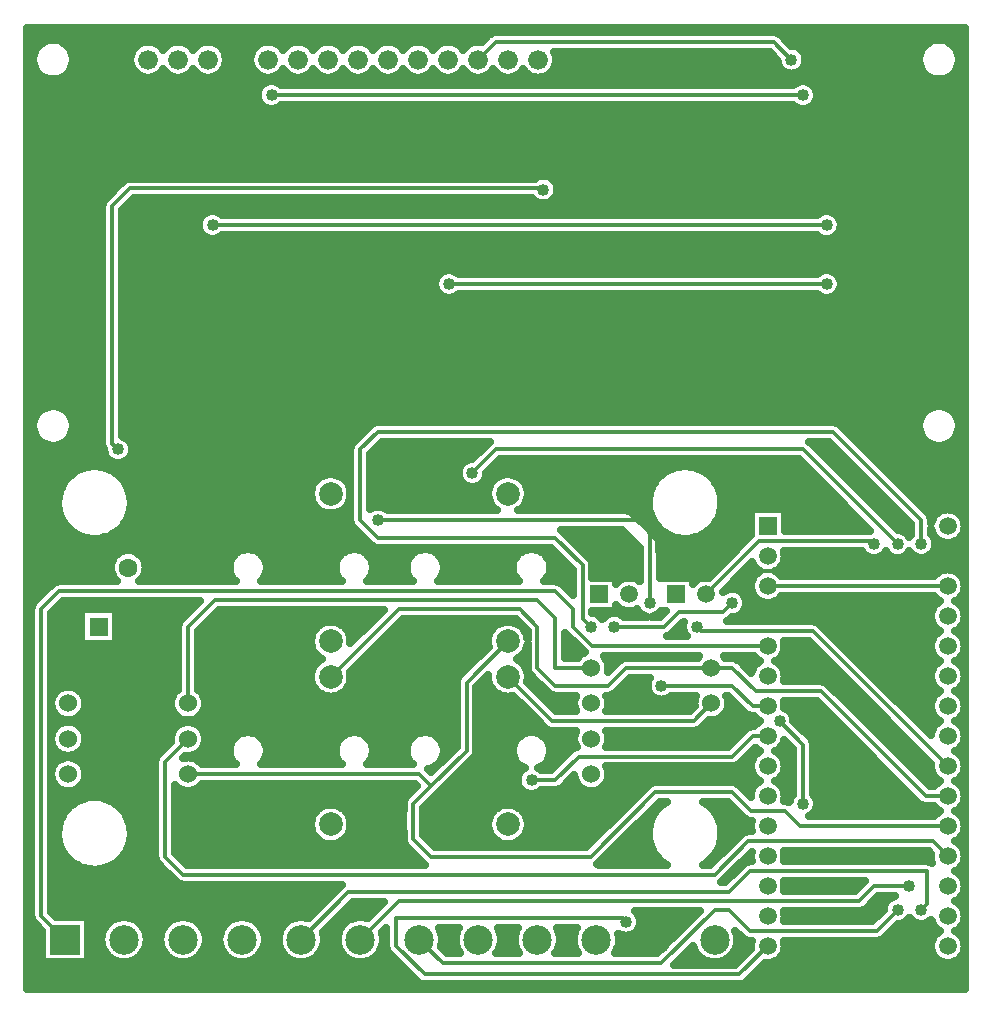
<source format=gbr>
G04 DipTrace 3.2.0.1*
G04 Top.gbr*
%MOIN*%
G04 #@! TF.FileFunction,Copper,L1,Top*
G04 #@! TF.Part,Single*
G04 #@! TA.AperFunction,Conductor*
%ADD14C,0.012992*%
G04 #@! TA.AperFunction,CopperBalancing*
%ADD15C,0.025*%
G04 #@! TA.AperFunction,ComponentPad*
%ADD16C,0.059055*%
%ADD17R,0.059055X0.059055*%
%ADD18R,0.066929X0.066929*%
%ADD19C,0.066*%
%ADD20R,0.098425X0.098425*%
%ADD21C,0.098425*%
%ADD22R,0.062992X0.062992*%
%ADD23C,0.062992*%
%ADD24C,0.06*%
%ADD25C,0.06*%
%ADD26R,0.07874X0.07874*%
%ADD27C,0.07874*%
G04 #@! TA.AperFunction,ViaPad*
%ADD28C,0.04*%
%FSLAX26Y26*%
G04*
G70*
G90*
G75*
G01*
G04 Top*
%LPD*%
X2686220Y1122047D2*
D14*
X2401575D1*
X2303150Y1023622D1*
X1879921D1*
X1811024Y954724D1*
X2874016Y1648819D2*
X2814961Y1707874D1*
Y1798818D1*
X3424014D1*
X3474016Y1848819D1*
X708661Y3503937D2*
X767717Y3562992D1*
X1049606D1*
X1108661Y3503937D1*
X1220472Y1446850D2*
X1289370Y1377953D1*
X1742126D1*
X1811024Y1446850D1*
X1108661Y3503937D2*
X1167717Y3444882D1*
X2149606D1*
X2208661Y3503937D1*
X3307087Y669291D2*
X3236613Y598818D1*
X2814962D1*
X2744488Y669291D1*
X2696850D1*
X2519685Y492126D1*
X1791339D1*
X1712598Y570866D1*
X2125984Y3070866D2*
X2121936Y3074915D1*
X748031D1*
X688976Y3015860D1*
Y2224409D1*
X708661Y2204724D1*
X3070866Y2755906D2*
X1811024D1*
X2952756Y3503937D2*
X2893701Y3562992D1*
X1967717D1*
X1908661Y3503937D1*
X2992126Y1023622D2*
Y1220472D1*
X2913386Y1299213D1*
X1023622Y2952756D2*
X3070866D1*
X1220472Y3385827D2*
X2992126D1*
X531496Y570866D2*
X452756Y649606D1*
Y1673228D1*
X511811Y1732283D1*
X2165354D1*
X2224409Y1673228D1*
Y1614172D1*
X2289762Y1548819D1*
X2874016D1*
X2519685Y1417323D2*
X2755906D1*
X2824409Y1348819D1*
X2874016D1*
X1574803Y1968504D2*
X2500000D1*
X2480315Y1988189D1*
Y1692913D1*
X2086614Y1102362D2*
X2165353D1*
X2244093Y1181102D1*
X2755906D1*
X2823622Y1248819D1*
X2874016D1*
X3385827Y669291D2*
X3405512Y688976D1*
Y798818D1*
X2814959D1*
X2744488Y728346D1*
X1476378D1*
X1318898Y570866D1*
X3346457Y748031D2*
X3228348D1*
X3179134Y698818D1*
X1643699D1*
X1515748Y570866D1*
X3474016Y1748819D2*
X2874016D1*
X942126Y1240157D2*
X866142Y1164173D1*
Y846457D1*
X925197Y787402D1*
X2696852D1*
X2808268Y898818D1*
X3424017D1*
X3474016Y848819D1*
X2007874Y1564961D2*
X1870079Y1427165D1*
Y1200787D1*
X1751969Y1082677D1*
X1692913Y1023622D1*
Y905512D1*
X1751969Y846457D1*
X2283465D1*
X2499764Y1062756D1*
X2755904D1*
X2819843Y998818D1*
X2933071D1*
X2983070Y948819D1*
X3474016D1*
X1751969Y1082677D2*
X1712598Y1122047D1*
X942126D1*
X1417323Y1446850D2*
X1643701Y1673228D1*
X2047244D1*
X2106299Y1614173D1*
Y1476378D1*
X2165354Y1417323D1*
X2342520D1*
X2401575Y1476378D1*
X2686220D1*
X2755906D1*
X2833466Y1398818D1*
X3051181D1*
X3401180Y1048819D1*
X3474016D1*
X2686220Y1358268D2*
X2627165Y1299213D1*
X2155512D1*
X2007874Y1446850D1*
X2637795Y1614173D2*
X2653151Y1598818D1*
X3024017D1*
X3474016Y1148819D1*
X1889764Y2125984D2*
X1968504Y2204724D1*
X2992126D1*
X3307087Y1889764D1*
X2755906Y1692913D2*
X2726142Y1663150D1*
X2578740D1*
X2529764Y1614173D1*
X2362205D1*
X2401575Y629921D2*
X2390059Y641437D1*
X1633858D1*
Y551181D1*
X1730374Y454665D1*
X2779862D1*
X2874016Y548819D1*
X3228346Y1889764D2*
X3219293Y1898818D1*
X2845274D1*
X2668110Y1721654D1*
X942126Y1358268D2*
Y1614173D1*
X1030709Y1702756D1*
X2106299D1*
X2165354Y1643701D1*
Y1476378D1*
X2286220D1*
X3385827Y1889764D2*
Y1968504D1*
X3090551Y2263780D1*
X1574803D1*
X1515748Y2204724D1*
Y1968504D1*
X1574803Y1909449D1*
X2165354D1*
X2256791Y1818012D1*
Y1640846D1*
X2283465Y1614173D1*
D28*
X3307087Y669291D3*
X708661Y2204724D3*
X2125984Y3070866D3*
X1811024Y2755906D3*
X3070866D3*
X2952756Y3503937D3*
X2913386Y1299213D3*
X2992126Y1023622D3*
X3070866Y2952756D3*
X1023622D3*
X2992126Y3385827D3*
X1220472D3*
X2519685Y1417323D3*
X2480315Y1692913D3*
X1574803Y1968504D3*
X2086614Y1102362D3*
X3385827Y669291D3*
X3346457Y748031D3*
X2637795Y1614173D3*
X3307087Y1889764D3*
X1889764Y2125984D3*
X2362205Y1614173D3*
X2755906Y1692913D3*
X2401575Y629921D3*
X3228346Y1889764D3*
X2283465Y1614173D3*
X3385827Y1889764D3*
X408719Y3584678D2*
D15*
X1940244D1*
X2921150D2*
X3528298D1*
X408719Y3559810D2*
X454745D1*
X529505D2*
X785741D1*
X831577D2*
X885715D1*
X931587D2*
X985724D1*
X1031596D2*
X1185743D1*
X1231579D2*
X1285717D1*
X1331588D2*
X1385726D1*
X1431597D2*
X1485735D1*
X1531606D2*
X1585744D1*
X1631580D2*
X1685717D1*
X1731589D2*
X1785727D1*
X1831598D2*
X1885736D1*
X2946054D2*
X3407512D1*
X3482272D2*
X3528298D1*
X408719Y3534941D2*
X431529D1*
X552722D2*
X755383D1*
X1061919D2*
X1155385D1*
X2989904D2*
X3384260D1*
X3505488D2*
X3528298D1*
X408719Y3510072D2*
X424066D1*
X560186D2*
X746987D1*
X1070352D2*
X1146988D1*
X2170345D2*
X2897454D1*
X3001352D2*
X3376795D1*
X3512951D2*
X3528298D1*
X408719Y3485203D2*
X426470D1*
X557782D2*
X749678D1*
X1067625D2*
X1149680D1*
X2167618D2*
X2907718D1*
X2997799D2*
X3379235D1*
X3510512D2*
X3528298D1*
X408719Y3460335D2*
X440249D1*
X544003D2*
X765682D1*
X851638D2*
X865692D1*
X951647D2*
X965701D1*
X1051619D2*
X1165684D1*
X1251638D2*
X1265693D1*
X1351647D2*
X1365702D1*
X1451621D2*
X1465676D1*
X1551630D2*
X1565685D1*
X1651639D2*
X1665694D1*
X1751648D2*
X1765703D1*
X1851622D2*
X1865676D1*
X1951631D2*
X1965685D1*
X2051640D2*
X2065694D1*
X2151650D2*
X2934129D1*
X2971388D2*
X3393014D1*
X3496732D2*
X3528298D1*
X408719Y3435466D2*
X3528298D1*
X408719Y3410597D2*
X1178638D1*
X3033970D2*
X3528298D1*
X408719Y3385728D2*
X1171497D1*
X3041110D2*
X3528298D1*
X408719Y3360860D2*
X1178745D1*
X3033862D2*
X3528298D1*
X408719Y3335991D2*
X3528298D1*
X408719Y3311122D2*
X3528298D1*
X408719Y3286253D2*
X3528298D1*
X408719Y3261385D2*
X3528298D1*
X408719Y3236516D2*
X3528298D1*
X408719Y3211647D2*
X3528298D1*
X408719Y3186778D2*
X3528298D1*
X408719Y3161909D2*
X3528298D1*
X408719Y3137041D2*
X3528298D1*
X408719Y3112172D2*
X2102154D1*
X2149819D2*
X3528298D1*
X408719Y3087303D2*
X711282D1*
X2171961D2*
X3528298D1*
X408719Y3062434D2*
X686415D1*
X2174220D2*
X3528298D1*
X408719Y3037566D2*
X661618D1*
X759845D2*
X2091029D1*
X2160944D2*
X3528298D1*
X408719Y3012697D2*
X653472D1*
X734978D2*
X3528298D1*
X408719Y2987828D2*
X653472D1*
X724463D2*
X990605D1*
X1056643D2*
X3037833D1*
X3103873D2*
X3528298D1*
X408719Y2962959D2*
X653472D1*
X724463D2*
X975748D1*
X3118728D2*
X3528298D1*
X408719Y2938091D2*
X653472D1*
X724463D2*
X977004D1*
X3117472D2*
X3528298D1*
X408719Y2913222D2*
X653472D1*
X724463D2*
X996669D1*
X1050579D2*
X3043898D1*
X3097844D2*
X3528298D1*
X408719Y2888353D2*
X653472D1*
X724463D2*
X3528298D1*
X408719Y2863484D2*
X653472D1*
X724463D2*
X3528298D1*
X408719Y2838615D2*
X653472D1*
X724463D2*
X3528298D1*
X408719Y2813747D2*
X653472D1*
X724463D2*
X3528298D1*
X408719Y2788878D2*
X653472D1*
X724463D2*
X1775751D1*
X3106133D2*
X3528298D1*
X408719Y2764009D2*
X653472D1*
X724463D2*
X1762761D1*
X3119159D2*
X3528298D1*
X408719Y2739140D2*
X653472D1*
X724463D2*
X1765165D1*
X3116719D2*
X3528298D1*
X408719Y2714272D2*
X653472D1*
X724463D2*
X1787844D1*
X1834218D2*
X3047665D1*
X3094041D2*
X3528298D1*
X408719Y2689403D2*
X653472D1*
X724463D2*
X3528298D1*
X408719Y2664534D2*
X653472D1*
X724463D2*
X3528298D1*
X408719Y2639665D2*
X653472D1*
X724463D2*
X3528298D1*
X408719Y2614797D2*
X653472D1*
X724463D2*
X3528298D1*
X408719Y2589928D2*
X653472D1*
X724463D2*
X3528298D1*
X408719Y2565059D2*
X653472D1*
X724463D2*
X3528298D1*
X408719Y2540190D2*
X653472D1*
X724463D2*
X3528298D1*
X408719Y2515322D2*
X653472D1*
X724463D2*
X3528298D1*
X408719Y2490453D2*
X653472D1*
X724463D2*
X3528298D1*
X408719Y2465584D2*
X653472D1*
X724463D2*
X3528298D1*
X408719Y2440715D2*
X653472D1*
X724463D2*
X3528298D1*
X408719Y2415846D2*
X653472D1*
X724463D2*
X3528298D1*
X408719Y2390978D2*
X653472D1*
X724463D2*
X3528298D1*
X408719Y2366109D2*
X653472D1*
X724463D2*
X3528298D1*
X408719Y2341240D2*
X458012D1*
X526239D2*
X653472D1*
X724463D2*
X3410778D1*
X3479005D2*
X3528298D1*
X408719Y2316371D2*
X432570D1*
X551681D2*
X653472D1*
X724463D2*
X3385336D1*
X3504448D2*
X3528298D1*
X408719Y2291503D2*
X424244D1*
X560007D2*
X653472D1*
X724463D2*
X1554417D1*
X3110941D2*
X3377010D1*
X3512736D2*
X3528298D1*
X408719Y2266634D2*
X425967D1*
X558283D2*
X653472D1*
X724463D2*
X1528509D1*
X3136850D2*
X3378697D1*
X3511050D2*
X3528298D1*
X408719Y2241765D2*
X438634D1*
X545617D2*
X653472D1*
X739248D2*
X1503640D1*
X3161718D2*
X3391400D1*
X3498348D2*
X3528298D1*
X408719Y2216896D2*
X654370D1*
X756042D2*
X1482577D1*
X1577072D2*
X1931524D1*
X3029089D2*
X3088286D1*
X3186585D2*
X3528298D1*
X408719Y2192028D2*
X661438D1*
X755898D2*
X1480244D1*
X1552205D2*
X1906656D1*
X3053958D2*
X3113155D1*
X3211453D2*
X3528298D1*
X408719Y2167159D2*
X678772D1*
X738566D2*
X1480244D1*
X1551235D2*
X1865676D1*
X1980087D2*
X2980526D1*
X3078861D2*
X3138022D1*
X3236320D2*
X3528298D1*
X408719Y2142290D2*
X589312D1*
X670530D2*
X1480244D1*
X1551235D2*
X1843715D1*
X1955219D2*
X2557811D1*
X2639064D2*
X3005394D1*
X3103728D2*
X3162890D1*
X3261189D2*
X3528298D1*
X408719Y2117421D2*
X546538D1*
X713303D2*
X1388417D1*
X1446239D2*
X1480244D1*
X1551235D2*
X1841562D1*
X1937959D2*
X1978963D1*
X2036785D2*
X2515037D1*
X2681803D2*
X3030261D1*
X3128597D2*
X3187757D1*
X3286056D2*
X3528298D1*
X408719Y2092552D2*
X525474D1*
X734367D2*
X1359315D1*
X1551235D2*
X1854948D1*
X1924575D2*
X1949861D1*
X2065886D2*
X2493972D1*
X2702866D2*
X3055130D1*
X3153465D2*
X3212625D1*
X3310924D2*
X3528298D1*
X408719Y2067684D2*
X513381D1*
X746461D2*
X1349806D1*
X1551235D2*
X1940387D1*
X2075395D2*
X2481879D1*
X2714959D2*
X3079997D1*
X3178332D2*
X3237493D1*
X3335791D2*
X3528298D1*
X408719Y2042815D2*
X507496D1*
X752345D2*
X1350524D1*
X1551235D2*
X1941070D1*
X2074678D2*
X2475995D1*
X2720845D2*
X3104900D1*
X3203199D2*
X3262361D1*
X3360660D2*
X3528298D1*
X408719Y2017946D2*
X506921D1*
X752920D2*
X1361862D1*
X1551235D2*
X1952408D1*
X2063339D2*
X2475420D1*
X2721454D2*
X3129769D1*
X3228067D2*
X3287228D1*
X3385528D2*
X3528298D1*
X408719Y1993077D2*
X511551D1*
X748291D2*
X1399325D1*
X1435329D2*
X1480244D1*
X2426092D2*
X2480050D1*
X2716790D2*
X2815495D1*
X2932525D2*
X3154636D1*
X3252936D2*
X3312096D1*
X3410395D2*
X3437189D1*
X3510871D2*
X3528298D1*
X408719Y1968209D2*
X522101D1*
X737741D2*
X1480244D1*
X2451031D2*
X2490600D1*
X2706240D2*
X2815495D1*
X2932525D2*
X3179504D1*
X3277803D2*
X3336963D1*
X408719Y1943340D2*
X540689D1*
X719152D2*
X1491764D1*
X2475899D2*
X2509188D1*
X2687652D2*
X2815495D1*
X2932525D2*
X3204371D1*
X3302671D2*
X3350349D1*
X408719Y1918471D2*
X575316D1*
X684525D2*
X1516631D1*
X2205476D2*
X2402469D1*
X2500766D2*
X2543816D1*
X2653059D2*
X2815495D1*
X408719Y1893602D2*
X1541499D1*
X2230344D2*
X2427336D1*
X2515587D2*
X2790915D1*
X3434652D2*
X3462056D1*
X3485967D2*
X3528298D1*
X408719Y1868734D2*
X733961D1*
X750301D2*
X1116773D1*
X1166701D2*
X1471094D1*
X1521021D2*
X1707319D1*
X1757247D2*
X2061640D1*
X2111567D2*
X2156912D1*
X2255211D2*
X2444811D1*
X2515802D2*
X2766046D1*
X3429808D2*
X3528298D1*
X408719Y1843865D2*
X691833D1*
X792428D2*
X1086739D1*
X1196735D2*
X1441059D1*
X1551056D2*
X1677285D1*
X1787282D2*
X2031605D1*
X2141602D2*
X2181780D1*
X2280079D2*
X2444811D1*
X2515802D2*
X2741178D1*
X2932310D2*
X3218438D1*
X3238259D2*
X3297168D1*
X3316988D2*
X3375934D1*
X3395718D2*
X3528298D1*
X408719Y1818996D2*
X682180D1*
X802081D2*
X1077839D1*
X1205635D2*
X1432160D1*
X1559955D2*
X1668385D1*
X1796181D2*
X2022706D1*
X2150537D2*
X2206648D1*
X2292280D2*
X2444811D1*
X2515802D2*
X2716311D1*
X2814610D2*
X2824108D1*
X2923949D2*
X3528298D1*
X408719Y1794127D2*
X684154D1*
X800108D2*
X1079669D1*
X1203804D2*
X1433990D1*
X1558125D2*
X1670215D1*
X1794350D2*
X2024535D1*
X2148707D2*
X2221289D1*
X2292280D2*
X2444811D1*
X2515802D2*
X2691444D1*
X2789743D2*
X2838568D1*
X2909451D2*
X3438588D1*
X3509471D2*
X3528298D1*
X408719Y1769259D2*
X699404D1*
X784857D2*
X1093521D1*
X1189953D2*
X1447841D1*
X1544274D2*
X1684067D1*
X1780500D2*
X2038387D1*
X2134820D2*
X2221289D1*
X2370723D2*
X2380184D1*
X2626613D2*
X2636073D1*
X2764874D2*
X2819370D1*
X408719Y1744390D2*
X474769D1*
X2202390D2*
X2221289D1*
X2740007D2*
X2815675D1*
X408719Y1719521D2*
X449902D1*
X2796524D2*
X2823785D1*
X408719Y1694652D2*
X425177D1*
X523333D2*
X973451D1*
X2804849D2*
X2857228D1*
X2890793D2*
X3439306D1*
X3508718D2*
X3528298D1*
X408719Y1669783D2*
X417234D1*
X498465D2*
X583211D1*
X704189D2*
X948584D1*
X2370723D2*
X2388545D1*
X2798749D2*
X3419570D1*
X408719Y1644915D2*
X417234D1*
X488238D2*
X583211D1*
X704189D2*
X923717D1*
X1022016D2*
X1566223D1*
X2757051D2*
X3415622D1*
X408719Y1620046D2*
X417234D1*
X488238D2*
X583211D1*
X704189D2*
X907173D1*
X997147D2*
X1378728D1*
X1455927D2*
X1541356D1*
X1639654D2*
X1969274D1*
X3051948D2*
X3423445D1*
X408719Y1595177D2*
X417234D1*
X488238D2*
X583211D1*
X704189D2*
X906635D1*
X977626D2*
X1356301D1*
X1478354D2*
X1516487D1*
X1614786D2*
X1946846D1*
X2559904D2*
X2592869D1*
X3076816D2*
X3440059D1*
X3507965D2*
X3528298D1*
X408719Y1570308D2*
X417234D1*
X488238D2*
X583211D1*
X704189D2*
X906635D1*
X977626D2*
X1349196D1*
X1589919D2*
X1939741D1*
X2200846D2*
X2219135D1*
X3101684D2*
X3419785D1*
X408719Y1545440D2*
X417234D1*
X488238D2*
X906635D1*
X977626D2*
X1351923D1*
X1565051D2*
X1939203D1*
X2200846D2*
X2244004D1*
X2932417D2*
X3028252D1*
X3126551D2*
X3415587D1*
X408719Y1520571D2*
X417234D1*
X488238D2*
X906635D1*
X977626D2*
X1366168D1*
X1540182D2*
X1914336D1*
X2059033D2*
X2070827D1*
X2200846D2*
X2248525D1*
X2924882D2*
X3053119D1*
X3151419D2*
X3423122D1*
X408719Y1495702D2*
X417234D1*
X488238D2*
X906635D1*
X977626D2*
X1370654D1*
X1515315D2*
X1889467D1*
X2054547D2*
X2070827D1*
X2341799D2*
X2371751D1*
X2785723D2*
X2840865D1*
X2907192D2*
X3077988D1*
X3176286D2*
X3440849D1*
X3507175D2*
X3528298D1*
X408719Y1470833D2*
X417234D1*
X488238D2*
X906635D1*
X977626D2*
X1353466D1*
X1490448D2*
X1864600D1*
X2810591D2*
X2820016D1*
X2928039D2*
X3102856D1*
X3201155D2*
X3420000D1*
X408719Y1445965D2*
X417234D1*
X488238D2*
X906635D1*
X977626D2*
X1348980D1*
X1485675D2*
X1840486D1*
X2076220D2*
X2087549D1*
X2932454D2*
X3127723D1*
X3226022D2*
X3415587D1*
X408719Y1421096D2*
X417234D1*
X488238D2*
X906635D1*
X977626D2*
X1354219D1*
X1480436D2*
X1834601D1*
X1913163D2*
X1944765D1*
X2082787D2*
X2112416D1*
X2395446D2*
X2470864D1*
X3078072D2*
X3152591D1*
X3250890D2*
X3422835D1*
X408719Y1396227D2*
X417234D1*
X488238D2*
X497772D1*
X586453D2*
X897772D1*
X986454D2*
X1372699D1*
X1461955D2*
X1834601D1*
X1905556D2*
X1963245D1*
X2107656D2*
X2137283D1*
X2370579D2*
X2475743D1*
X3102940D2*
X3177459D1*
X3275757D2*
X3441675D1*
X3506349D2*
X3528298D1*
X408719Y1371358D2*
X417234D1*
X599587D2*
X884675D1*
X999588D2*
X1834601D1*
X1905556D2*
X2034224D1*
X2132524D2*
X2228752D1*
X2343665D2*
X2510192D1*
X2529198D2*
X2628753D1*
X2743667D2*
X2752693D1*
X3127807D2*
X3202327D1*
X3300625D2*
X3420215D1*
X408719Y1346490D2*
X417234D1*
X599874D2*
X884387D1*
X999875D2*
X1834601D1*
X1905556D2*
X2059092D1*
X2157391D2*
X2228466D1*
X2343988D2*
X2625273D1*
X2743954D2*
X2777601D1*
X2932490D2*
X3054340D1*
X3152675D2*
X3227194D1*
X3325493D2*
X3415550D1*
X408719Y1321621D2*
X417234D1*
X488238D2*
X496623D1*
X587601D2*
X896623D1*
X987602D2*
X1834601D1*
X1905556D2*
X2083959D1*
X2731718D2*
X2803259D1*
X2956604D2*
X3079207D1*
X3177542D2*
X3252062D1*
X3350361D2*
X3422547D1*
X408719Y1296752D2*
X417234D1*
X488238D2*
X1834601D1*
X1905556D2*
X2108828D1*
X2673873D2*
X2842516D1*
X2965000D2*
X3104112D1*
X3202411D2*
X3276929D1*
X3375228D2*
X3442535D1*
X3505524D2*
X3528298D1*
X408719Y1271883D2*
X417234D1*
X591369D2*
X892892D1*
X991370D2*
X1834601D1*
X1905556D2*
X2134521D1*
X2648143D2*
X2797517D1*
X2989869D2*
X3128979D1*
X3227278D2*
X3301798D1*
X3400096D2*
X3420466D1*
X408719Y1247014D2*
X417234D1*
X600699D2*
X883562D1*
X1000701D2*
X1098042D1*
X1185432D2*
X1452362D1*
X1539752D2*
X1688588D1*
X1775978D2*
X1834601D1*
X1905556D2*
X2042908D1*
X2130335D2*
X2227640D1*
X2344778D2*
X2772650D1*
X3014736D2*
X3153846D1*
X3252146D2*
X3326665D1*
X408719Y1222146D2*
X417234D1*
X598188D2*
X874950D1*
X998152D2*
X1081105D1*
X1202369D2*
X1435425D1*
X1556690D2*
X1671651D1*
X1792915D2*
X1834601D1*
X1905556D2*
X2025971D1*
X2147236D2*
X2230188D1*
X2342266D2*
X2747781D1*
X2925780D2*
X2941304D1*
X3027583D2*
X3178715D1*
X3277013D2*
X3351533D1*
X408719Y1197277D2*
X417234D1*
X488238D2*
X502831D1*
X581394D2*
X850083D1*
X981395D2*
X1077408D1*
X1206066D2*
X1431728D1*
X1560386D2*
X1667954D1*
X1796612D2*
X1817412D1*
X1905377D2*
X2022276D1*
X2150932D2*
X2211097D1*
X2821248D2*
X2843413D1*
X2904608D2*
X2956627D1*
X3027618D2*
X3203583D1*
X3301882D2*
X3376400D1*
X3504627D2*
X3528298D1*
X408719Y1172408D2*
X417234D1*
X488238D2*
X514026D1*
X570234D2*
X831710D1*
X970235D2*
X1084190D1*
X1199283D2*
X1438510D1*
X1553604D2*
X1674736D1*
X1890844D2*
X2029056D1*
X2144150D2*
X2186230D1*
X2796381D2*
X2820698D1*
X2927322D2*
X2956627D1*
X3027618D2*
X3228450D1*
X3326749D2*
X3401268D1*
X408719Y1147539D2*
X417234D1*
X595029D2*
X830669D1*
X1865975D2*
X2052490D1*
X2120718D2*
X2161362D1*
X2339144D2*
X2815495D1*
X2932525D2*
X2956627D1*
X3027618D2*
X3253318D1*
X3351617D2*
X3415514D1*
X408719Y1122671D2*
X417234D1*
X601130D2*
X830669D1*
X1841108D2*
X2042298D1*
X2345209D2*
X2821990D1*
X2926066D2*
X2956627D1*
X3027618D2*
X3278185D1*
X3376484D2*
X3421974D1*
X408719Y1097802D2*
X417234D1*
X595639D2*
X830669D1*
X1816240D2*
X2037849D1*
X2209962D2*
X2232699D1*
X2339755D2*
X2844345D1*
X2903710D2*
X2956627D1*
X3027618D2*
X3303054D1*
X3401352D2*
X3444329D1*
X3503694D2*
X3528298D1*
X408719Y1072933D2*
X417234D1*
X488238D2*
X511730D1*
X572530D2*
X830669D1*
X901623D2*
X911696D1*
X972531D2*
X1693073D1*
X1791373D2*
X2048112D1*
X2182761D2*
X2255810D1*
X2316646D2*
X2460780D1*
X2794874D2*
X2820949D1*
X2927071D2*
X2956627D1*
X3027618D2*
X3327921D1*
X408719Y1048064D2*
X417234D1*
X488238D2*
X830669D1*
X901623D2*
X1668206D1*
X1766504D2*
X2435912D1*
X2932525D2*
X2950060D1*
X3034185D2*
X3352789D1*
X408719Y1023196D2*
X417234D1*
X488238D2*
X556621D1*
X703220D2*
X830669D1*
X901623D2*
X1657441D1*
X1741636D2*
X2411045D1*
X2509343D2*
X2525119D1*
X2671719D2*
X2746310D1*
X3041110D2*
X3377908D1*
X408719Y998327D2*
X417234D1*
X488238D2*
X531143D1*
X728698D2*
X830669D1*
X901623D2*
X1365451D1*
X1469168D2*
X1657441D1*
X1728395D2*
X1955997D1*
X2059751D2*
X2386176D1*
X2484475D2*
X2499642D1*
X2697197D2*
X2771178D1*
X3033647D2*
X3445298D1*
X3502724D2*
X3528298D1*
X408719Y973458D2*
X417234D1*
X488238D2*
X516575D1*
X743266D2*
X830669D1*
X901623D2*
X1351672D1*
X1482948D2*
X1657441D1*
X1728395D2*
X1942218D1*
X2073530D2*
X2361308D1*
X2459608D2*
X2485073D1*
X2711766D2*
X2796261D1*
X408719Y948589D2*
X417234D1*
X488238D2*
X508824D1*
X751018D2*
X830669D1*
X901623D2*
X1349231D1*
X1485388D2*
X1657441D1*
X1728395D2*
X1939814D1*
X2075934D2*
X2336441D1*
X2434740D2*
X2477323D1*
X2719552D2*
X2815495D1*
X408719Y923720D2*
X417234D1*
X488238D2*
X506528D1*
X753315D2*
X830669D1*
X901623D2*
X1356731D1*
X1477924D2*
X1657441D1*
X1728395D2*
X1947277D1*
X2068470D2*
X2311573D1*
X2409873D2*
X2475026D1*
X2721814D2*
X2784133D1*
X408719Y898852D2*
X417234D1*
X488238D2*
X509433D1*
X750408D2*
X830669D1*
X901623D2*
X1379948D1*
X1454707D2*
X1658122D1*
X1748741D2*
X1970493D1*
X2045253D2*
X2286706D1*
X2385004D2*
X2477932D1*
X2718907D2*
X2759156D1*
X3501828D2*
X3528298D1*
X408719Y873983D2*
X417234D1*
X488238D2*
X517902D1*
X741940D2*
X830669D1*
X901623D2*
X1675274D1*
X2360136D2*
X2486402D1*
X2710438D2*
X2734289D1*
X408719Y849114D2*
X417234D1*
X488238D2*
X533476D1*
X726366D2*
X830669D1*
X912640D2*
X1700143D1*
X2335269D2*
X2501975D1*
X2694900D2*
X2709421D1*
X2807720D2*
X2815496D1*
X2932525D2*
X3415514D1*
X408719Y824245D2*
X417234D1*
X488238D2*
X560891D1*
X698950D2*
X839245D1*
X937508D2*
X1725010D1*
X2310402D2*
X2529390D1*
X2667449D2*
X2684554D1*
X2782853D2*
X2791454D1*
X408719Y799377D2*
X417234D1*
X488238D2*
X864077D1*
X2757984D2*
X2766370D1*
X3502869D2*
X3528298D1*
X408719Y774508D2*
X417234D1*
X488238D2*
X888945D1*
X2733117D2*
X2741518D1*
X408719Y749639D2*
X417234D1*
X488238D2*
X1448522D1*
X2932525D2*
X3180795D1*
X408719Y724770D2*
X417234D1*
X488238D2*
X1423655D1*
X408719Y699902D2*
X417234D1*
X488238D2*
X1398787D1*
X3229360D2*
X3269609D1*
X3503802D2*
X3528298D1*
X408719Y675033D2*
X417234D1*
X488238D2*
X1373920D1*
X1472218D2*
X1570780D1*
X3204492D2*
X3258449D1*
X408719Y650164D2*
X417234D1*
X501336D2*
X1349051D1*
X1447350D2*
X1545877D1*
X2445936D2*
X2628575D1*
X2932525D2*
X3238820D1*
X408719Y625295D2*
X427904D1*
X609706D2*
X673245D1*
X783457D2*
X870070D1*
X980318D2*
X1066930D1*
X1177178D2*
X1263791D1*
X1422483D2*
X1460615D1*
X2450349D2*
X2603706D1*
X3324631D2*
X3368291D1*
X3403362D2*
X3420681D1*
X408719Y600427D2*
X452773D1*
X609706D2*
X656164D1*
X800538D2*
X852988D1*
X997399D2*
X1049849D1*
X1194260D2*
X1246710D1*
X1397615D2*
X1443571D1*
X1784806D2*
X1837256D1*
X1981630D2*
X2034117D1*
X2178491D2*
X2230941D1*
X2440014D2*
X2578839D1*
X3287385D2*
X3443289D1*
X3504735D2*
X3528298D1*
X408719Y575558D2*
X453274D1*
X609706D2*
X650280D1*
X806423D2*
X847139D1*
X1003248D2*
X1044000D1*
X1200109D2*
X1240825D1*
X1396970D2*
X1437685D1*
X1790655D2*
X1831407D1*
X1987516D2*
X2028232D1*
X2184375D2*
X2225092D1*
X2381201D2*
X2553971D1*
X2774923D2*
X2789084D1*
X3262516D2*
X3422297D1*
X408719Y550689D2*
X453274D1*
X609706D2*
X652862D1*
X803803D2*
X849723D1*
X1000664D2*
X1046584D1*
X1197525D2*
X1243445D1*
X1394349D2*
X1440269D1*
X1788071D2*
X1833991D1*
X1984932D2*
X2030815D1*
X2181756D2*
X2227676D1*
X2378617D2*
X2529104D1*
X2772302D2*
X2815530D1*
X2932490D2*
X3415514D1*
X408719Y525820D2*
X453274D1*
X609706D2*
X664992D1*
X791675D2*
X861852D1*
X988535D2*
X1058713D1*
X1185396D2*
X1255538D1*
X1382257D2*
X1452398D1*
X1579081D2*
X1610073D1*
X1806803D2*
X1846119D1*
X1972803D2*
X2042945D1*
X2169627D2*
X2239804D1*
X2366488D2*
X2504235D1*
X2602534D2*
X2633491D1*
X2760210D2*
X2801858D1*
X2927609D2*
X3420430D1*
X408719Y500951D2*
X453274D1*
X609706D2*
X696820D1*
X759882D2*
X893646D1*
X956741D2*
X1090507D1*
X1153567D2*
X1287367D1*
X1350428D2*
X1484227D1*
X1547289D2*
X1634941D1*
X2577667D2*
X2665320D1*
X2728381D2*
X2776991D1*
X2905612D2*
X3442428D1*
X3505631D2*
X3528298D1*
X408719Y476083D2*
X1659808D1*
X2850423D2*
X3528298D1*
X408719Y451214D2*
X1684677D1*
X2825555D2*
X3528298D1*
X408719Y426345D2*
X1710944D1*
X2799287D2*
X3528298D1*
X2438642Y1672302D2*
X2433643Y1669898D1*
X2425282Y1667181D1*
X2416600Y1665807D1*
X2407810D1*
X2399127Y1667181D1*
X2390766Y1669898D1*
X2382934Y1673888D1*
X2375823Y1679056D1*
X2369608Y1685272D1*
X2368235Y1687012D1*
X2368224Y1665634D1*
X2289745D1*
X2289780Y1660230D1*
X2297832Y1658390D1*
X2304572Y1655598D1*
X2310791Y1651786D1*
X2316340Y1647049D1*
X2321077Y1641500D1*
X2322828Y1638881D1*
X2326852Y1644367D1*
X2332010Y1649526D1*
X2337912Y1653814D1*
X2344413Y1657126D1*
X2351352Y1659381D1*
X2358556Y1660522D1*
X2365853D1*
X2373058Y1659381D1*
X2379996Y1657126D1*
X2386497Y1653814D1*
X2392399Y1649526D1*
X2394965Y1647155D1*
X2472046Y1647161D1*
X2465948Y1648697D1*
X2459207Y1651488D1*
X2452988Y1655301D1*
X2447440Y1660038D1*
X2442702Y1665587D1*
X2438669Y1672286D1*
X2368235Y1756295D2*
X2372593Y1761265D1*
X2379277Y1766975D1*
X2386773Y1771567D1*
X2394894Y1774932D1*
X2403441Y1776983D1*
X2412205Y1777673D1*
X2420969Y1776983D1*
X2429516Y1774932D1*
X2437636Y1771567D1*
X2445133Y1766975D1*
X2447332Y1765240D1*
X2447327Y1876102D1*
X2387895Y1935530D1*
X2185588Y1935516D1*
X2195176Y1926280D1*
X2281875Y1839436D1*
X2284919Y1835248D1*
X2287269Y1830636D1*
X2288867Y1825713D1*
X2289678Y1820600D1*
X2289780Y1777642D1*
X2368224Y1777673D1*
Y1756322D1*
X2624140Y1756295D2*
X2628499Y1761265D1*
X2635182Y1766975D1*
X2642678Y1771567D1*
X2650799Y1774932D1*
X2659346Y1776983D1*
X2668110Y1777673D1*
X2676789Y1776993D1*
X2818012Y1918207D1*
X2817996Y2004839D1*
X2930035D1*
Y1931814D1*
X3208530Y1931806D1*
X3213979Y1933980D1*
X3215723Y1934472D1*
X2978487Y2171711D1*
X1982165Y2171736D1*
X1936236Y2125804D1*
X1935684Y2118711D1*
X1933980Y2111617D1*
X1931189Y2104877D1*
X1927377Y2098657D1*
X1922639Y2093109D1*
X1917091Y2088371D1*
X1910871Y2084559D1*
X1904131Y2081768D1*
X1897037Y2080064D1*
X1889764Y2079492D1*
X1882491Y2080064D1*
X1875396Y2081768D1*
X1868656Y2084559D1*
X1862437Y2088371D1*
X1856888Y2093109D1*
X1852151Y2098657D1*
X1848339Y2104877D1*
X1845547Y2111617D1*
X1843844Y2118711D1*
X1843272Y2125984D1*
X1843844Y2133257D1*
X1845547Y2140352D1*
X1848339Y2147092D1*
X1852151Y2153311D1*
X1856888Y2158860D1*
X1862437Y2163597D1*
X1868656Y2167409D1*
X1875396Y2170201D1*
X1882491Y2171904D1*
X1889608Y2172470D1*
X1947088Y2229815D1*
X1942257Y2230791D1*
X1588475D1*
X1548726Y2191050D1*
X1548736Y2006967D1*
X1553696Y2009929D1*
X1560436Y2012720D1*
X1567530Y2014424D1*
X1574803Y2014996D1*
X1582076Y2014424D1*
X1589171Y2012720D1*
X1595911Y2009929D1*
X1602130Y2006117D1*
X1607563Y2001486D1*
X1972579Y2001492D1*
X1965100Y2007005D1*
X1957793Y2014312D1*
X1951718Y2022673D1*
X1947025Y2031882D1*
X1943832Y2041711D1*
X1942215Y2051919D1*
Y2062255D1*
X1943832Y2072462D1*
X1947025Y2082291D1*
X1951718Y2091500D1*
X1957793Y2099861D1*
X1965100Y2107168D1*
X1973461Y2113243D1*
X1982669Y2117936D1*
X1992499Y2121129D1*
X2002706Y2122745D1*
X2013042D1*
X2023249Y2121129D1*
X2033079Y2117936D1*
X2042287Y2113243D1*
X2050648Y2107168D1*
X2057955Y2099861D1*
X2064030Y2091500D1*
X2068723Y2082291D1*
X2071916Y2072462D1*
X2073533Y2062255D1*
Y2051919D1*
X2071916Y2041711D1*
X2068723Y2031882D1*
X2064030Y2022673D1*
X2057955Y2014312D1*
X2050648Y2007005D1*
X2043143Y2001503D1*
X2404163Y2001391D1*
X2409276Y2000581D1*
X2414199Y1998982D1*
X2418811Y1996631D1*
X2422999Y1993588D1*
X2470371Y1946360D1*
X2505399Y1911188D1*
X2508442Y1907000D1*
X2510793Y1902388D1*
X2512392Y1897465D1*
X2513202Y1892352D1*
X2513303Y1825459D1*
Y1777697D1*
X2624130Y1777673D1*
Y1756322D1*
X2534598Y1665634D2*
X2517928Y1665587D1*
X2513190Y1660038D1*
X2507642Y1655301D1*
X2501423Y1651488D1*
X2494682Y1648697D1*
X2488441Y1647163D1*
X2516112Y1647161D1*
X2534577Y1665639D1*
X858647Y3471745D2*
X853899Y3465301D1*
X847298Y3458699D1*
X839745Y3453211D1*
X831428Y3448974D1*
X822550Y3446089D1*
X813329Y3444629D1*
X803993D1*
X794773Y3446089D1*
X785895Y3448974D1*
X777577Y3453211D1*
X770025Y3458699D1*
X763424Y3465301D1*
X757936Y3472853D1*
X753698Y3481171D1*
X750814Y3490049D1*
X749353Y3499269D1*
Y3508605D1*
X750814Y3517825D1*
X753698Y3526703D1*
X757936Y3535021D1*
X763424Y3542573D1*
X770025Y3549175D1*
X777577Y3554663D1*
X785895Y3558900D1*
X794773Y3561785D1*
X803993Y3563245D1*
X813329D1*
X822550Y3561785D1*
X831428Y3558900D1*
X839745Y3554663D1*
X847298Y3549175D1*
X853899Y3542573D1*
X858647Y3536129D1*
X863424Y3542573D1*
X870025Y3549175D1*
X877577Y3554663D1*
X885895Y3558900D1*
X894773Y3561785D1*
X903993Y3563245D1*
X913329D1*
X922550Y3561785D1*
X931428Y3558900D1*
X939745Y3554663D1*
X947298Y3549175D1*
X953899Y3542573D1*
X958647Y3536129D1*
X963424Y3542573D1*
X970025Y3549175D1*
X977577Y3554663D1*
X985895Y3558900D1*
X994773Y3561785D1*
X1003993Y3563245D1*
X1013329D1*
X1022550Y3561785D1*
X1031428Y3558900D1*
X1039745Y3554663D1*
X1047298Y3549175D1*
X1053899Y3542573D1*
X1059387Y3535021D1*
X1063625Y3526703D1*
X1066509Y3517825D1*
X1067970Y3508605D1*
Y3499269D1*
X1066509Y3490049D1*
X1063625Y3481171D1*
X1059387Y3472853D1*
X1053899Y3465301D1*
X1047298Y3458699D1*
X1039745Y3453211D1*
X1031428Y3448974D1*
X1022550Y3446089D1*
X1013329Y3444629D1*
X1003993D1*
X994773Y3446089D1*
X985895Y3448974D1*
X977577Y3453211D1*
X970025Y3458699D1*
X963424Y3465301D1*
X958676Y3471745D1*
X953899Y3465301D1*
X947298Y3458699D1*
X939745Y3453211D1*
X931428Y3448974D1*
X922550Y3446089D1*
X913329Y3444629D1*
X903993D1*
X894773Y3446089D1*
X885895Y3448974D1*
X877577Y3453211D1*
X870025Y3458699D1*
X863424Y3465301D1*
X858676Y3471745D1*
X1258647D2*
X1253899Y3465301D1*
X1247298Y3458699D1*
X1239745Y3453211D1*
X1231428Y3448974D1*
X1222550Y3446089D1*
X1213329Y3444629D1*
X1203993D1*
X1194773Y3446089D1*
X1185895Y3448974D1*
X1177577Y3453211D1*
X1170025Y3458699D1*
X1163424Y3465301D1*
X1157936Y3472853D1*
X1153698Y3481171D1*
X1150814Y3490049D1*
X1149353Y3499269D1*
Y3508605D1*
X1150814Y3517825D1*
X1153698Y3526703D1*
X1157936Y3535021D1*
X1163424Y3542573D1*
X1170025Y3549175D1*
X1177577Y3554663D1*
X1185895Y3558900D1*
X1194773Y3561785D1*
X1203993Y3563245D1*
X1213329D1*
X1222550Y3561785D1*
X1231428Y3558900D1*
X1239745Y3554663D1*
X1247298Y3549175D1*
X1253899Y3542573D1*
X1258647Y3536129D1*
X1263424Y3542573D1*
X1270025Y3549175D1*
X1277577Y3554663D1*
X1285895Y3558900D1*
X1294773Y3561785D1*
X1303993Y3563245D1*
X1313329D1*
X1322550Y3561785D1*
X1331428Y3558900D1*
X1339745Y3554663D1*
X1347298Y3549175D1*
X1353899Y3542573D1*
X1358647Y3536129D1*
X1363424Y3542573D1*
X1370025Y3549175D1*
X1377577Y3554663D1*
X1385895Y3558900D1*
X1394773Y3561785D1*
X1403993Y3563245D1*
X1413329D1*
X1422550Y3561785D1*
X1431428Y3558900D1*
X1439745Y3554663D1*
X1447298Y3549175D1*
X1453899Y3542573D1*
X1458647Y3536129D1*
X1463424Y3542573D1*
X1470025Y3549175D1*
X1477577Y3554663D1*
X1485895Y3558900D1*
X1494773Y3561785D1*
X1503993Y3563245D1*
X1513329D1*
X1522550Y3561785D1*
X1531428Y3558900D1*
X1539745Y3554663D1*
X1547298Y3549175D1*
X1553899Y3542573D1*
X1558647Y3536129D1*
X1563424Y3542573D1*
X1570025Y3549175D1*
X1577577Y3554663D1*
X1585895Y3558900D1*
X1594773Y3561785D1*
X1603993Y3563245D1*
X1613329D1*
X1622550Y3561785D1*
X1631428Y3558900D1*
X1639745Y3554663D1*
X1647298Y3549175D1*
X1653899Y3542573D1*
X1658647Y3536129D1*
X1663424Y3542573D1*
X1670025Y3549175D1*
X1677577Y3554663D1*
X1685895Y3558900D1*
X1694773Y3561785D1*
X1703993Y3563245D1*
X1713329D1*
X1722550Y3561785D1*
X1731428Y3558900D1*
X1739745Y3554663D1*
X1747298Y3549175D1*
X1753899Y3542573D1*
X1758647Y3536129D1*
X1763424Y3542573D1*
X1770025Y3549175D1*
X1777577Y3554663D1*
X1785895Y3558900D1*
X1794773Y3561785D1*
X1803993Y3563245D1*
X1813329D1*
X1822550Y3561785D1*
X1831428Y3558900D1*
X1839745Y3554663D1*
X1847298Y3549175D1*
X1853899Y3542573D1*
X1858647Y3536129D1*
X1863424Y3542573D1*
X1870025Y3549175D1*
X1877577Y3554663D1*
X1885895Y3558900D1*
X1894773Y3561785D1*
X1903993Y3563245D1*
X1913329D1*
X1920312Y3562231D1*
X1946293Y3588076D1*
X1950480Y3591119D1*
X1955092Y3593470D1*
X1960016Y3595070D1*
X1965129Y3595879D1*
X2032021Y3595980D1*
X2896289Y3595879D1*
X2901402Y3595070D1*
X2906325Y3593470D1*
X2910937Y3591119D1*
X2915125Y3588076D1*
X2952932Y3550415D1*
X2960029Y3549857D1*
X2967123Y3548154D1*
X2973864Y3545362D1*
X2980083Y3541550D1*
X2985631Y3536812D1*
X2990369Y3531264D1*
X2994181Y3525045D1*
X2996972Y3518304D1*
X2998676Y3511210D1*
X2999248Y3503937D1*
X2998676Y3496664D1*
X2996972Y3489570D1*
X2994181Y3482829D1*
X2990369Y3476610D1*
X2985631Y3471062D1*
X2980083Y3466324D1*
X2973864Y3462512D1*
X2967123Y3459720D1*
X2960029Y3458017D1*
X2952756Y3457445D1*
X2945483Y3458017D1*
X2938388Y3459720D1*
X2931648Y3462512D1*
X2925429Y3466324D1*
X2919881Y3471062D1*
X2915143Y3476610D1*
X2911331Y3482829D1*
X2908539Y3489570D1*
X2906836Y3496664D1*
X2906270Y3503781D1*
X2880026Y3530014D1*
X2162130Y3530004D1*
X2165241Y3522322D1*
X2167421Y3513244D1*
X2168154Y3503937D1*
X2167421Y3494630D1*
X2165241Y3485552D1*
X2161669Y3476928D1*
X2156791Y3468969D1*
X2150728Y3461870D1*
X2143630Y3455807D1*
X2135671Y3450929D1*
X2127046Y3447357D1*
X2117969Y3445177D1*
X2108661Y3444445D1*
X2099354Y3445177D1*
X2090277Y3447357D1*
X2081652Y3450929D1*
X2073693Y3455807D1*
X2066594Y3461870D1*
X2060531Y3468969D1*
X2058676Y3471745D1*
X2053899Y3465301D1*
X2047298Y3458699D1*
X2039745Y3453211D1*
X2031428Y3448974D1*
X2022550Y3446089D1*
X2013329Y3444629D1*
X2003993D1*
X1994773Y3446089D1*
X1985895Y3448974D1*
X1977577Y3453211D1*
X1970025Y3458699D1*
X1963424Y3465301D1*
X1958676Y3471745D1*
X1953899Y3465301D1*
X1947298Y3458699D1*
X1939745Y3453211D1*
X1931428Y3448974D1*
X1922550Y3446089D1*
X1913329Y3444629D1*
X1903993D1*
X1894773Y3446089D1*
X1885895Y3448974D1*
X1877577Y3453211D1*
X1870025Y3458699D1*
X1863424Y3465301D1*
X1858676Y3471745D1*
X1853899Y3465301D1*
X1847298Y3458699D1*
X1839745Y3453211D1*
X1831428Y3448974D1*
X1822550Y3446089D1*
X1813329Y3444629D1*
X1803993D1*
X1794773Y3446089D1*
X1785895Y3448974D1*
X1777577Y3453211D1*
X1770025Y3458699D1*
X1763424Y3465301D1*
X1758676Y3471745D1*
X1753899Y3465301D1*
X1747298Y3458699D1*
X1739745Y3453211D1*
X1731428Y3448974D1*
X1722550Y3446089D1*
X1713329Y3444629D1*
X1703993D1*
X1694773Y3446089D1*
X1685895Y3448974D1*
X1677577Y3453211D1*
X1670025Y3458699D1*
X1663424Y3465301D1*
X1658676Y3471745D1*
X1653899Y3465301D1*
X1647298Y3458699D1*
X1639745Y3453211D1*
X1631428Y3448974D1*
X1622550Y3446089D1*
X1613329Y3444629D1*
X1603993D1*
X1594773Y3446089D1*
X1585895Y3448974D1*
X1577577Y3453211D1*
X1570025Y3458699D1*
X1563424Y3465301D1*
X1558676Y3471745D1*
X1553899Y3465301D1*
X1547298Y3458699D1*
X1539745Y3453211D1*
X1531428Y3448974D1*
X1522550Y3446089D1*
X1513329Y3444629D1*
X1503993D1*
X1494773Y3446089D1*
X1485895Y3448974D1*
X1477577Y3453211D1*
X1470025Y3458699D1*
X1463424Y3465301D1*
X1458676Y3471745D1*
X1453899Y3465301D1*
X1447298Y3458699D1*
X1439745Y3453211D1*
X1431428Y3448974D1*
X1422550Y3446089D1*
X1413329Y3444629D1*
X1403993D1*
X1394773Y3446089D1*
X1385895Y3448974D1*
X1377577Y3453211D1*
X1370025Y3458699D1*
X1363424Y3465301D1*
X1358676Y3471745D1*
X1353899Y3465301D1*
X1347298Y3458699D1*
X1339745Y3453211D1*
X1331428Y3448974D1*
X1322550Y3446089D1*
X1313329Y3444629D1*
X1303993D1*
X1294773Y3446089D1*
X1285895Y3448974D1*
X1277577Y3453211D1*
X1270025Y3458699D1*
X1263424Y3465301D1*
X1258676Y3471745D1*
X557785Y2278297D2*
X556168Y2268089D1*
X552975Y2258260D1*
X548282Y2249051D1*
X542207Y2240690D1*
X534900Y2233383D1*
X526539Y2227308D1*
X517331Y2222615D1*
X507501Y2219423D1*
X497294Y2217806D1*
X486958D1*
X476751Y2219423D1*
X466921Y2222615D1*
X457713Y2227308D1*
X449352Y2233383D1*
X442045Y2240690D1*
X435970Y2249051D1*
X431277Y2258260D1*
X428084Y2268089D1*
X426467Y2278297D1*
Y2288633D1*
X428084Y2298840D1*
X431277Y2308669D1*
X435970Y2317878D1*
X442045Y2326239D1*
X449352Y2333546D1*
X457713Y2339621D1*
X466921Y2344314D1*
X476751Y2347507D1*
X486958Y2349123D1*
X497294D1*
X507501Y2347507D1*
X517331Y2344314D1*
X526539Y2339621D1*
X534900Y2333546D1*
X542207Y2326239D1*
X548282Y2317878D1*
X552975Y2308669D1*
X556168Y2298840D1*
X557785Y2288633D1*
Y2278297D1*
X3510541D2*
X3508924Y2268089D1*
X3505731Y2258260D1*
X3501038Y2249051D1*
X3494963Y2240690D1*
X3487656Y2233383D1*
X3479295Y2227308D1*
X3470087Y2222615D1*
X3460257Y2219423D1*
X3450050Y2217806D1*
X3439714D1*
X3429507Y2219423D1*
X3419677Y2222615D1*
X3410469Y2227308D1*
X3402108Y2233383D1*
X3394801Y2240690D1*
X3388726Y2249051D1*
X3384033Y2258260D1*
X3380840Y2268089D1*
X3379223Y2278297D1*
Y2288633D1*
X3380840Y2298840D1*
X3384033Y2308669D1*
X3388726Y2317878D1*
X3394801Y2326239D1*
X3402108Y2333546D1*
X3410469Y2339621D1*
X3419677Y2344314D1*
X3429507Y2347507D1*
X3439714Y2349123D1*
X3450050D1*
X3460257Y2347507D1*
X3470087Y2344314D1*
X3479295Y2339621D1*
X3487656Y2333546D1*
X3494963Y2326239D1*
X3501038Y2317878D1*
X3505731Y2308669D1*
X3508924Y2298840D1*
X3510541Y2288633D1*
Y2278297D1*
X557785Y3498769D2*
X556168Y3488562D1*
X552975Y3478732D1*
X548282Y3469524D1*
X542207Y3461163D1*
X534900Y3453856D1*
X526539Y3447781D1*
X517331Y3443088D1*
X507501Y3439895D1*
X497294Y3438278D1*
X486958D1*
X476751Y3439895D1*
X466921Y3443088D1*
X457713Y3447781D1*
X449352Y3453856D1*
X442045Y3461163D1*
X435970Y3469524D1*
X431277Y3478732D1*
X428084Y3488562D1*
X426467Y3498769D1*
Y3509105D1*
X428084Y3519312D1*
X431277Y3529142D1*
X435970Y3538350D1*
X442045Y3546711D1*
X449352Y3554018D1*
X457713Y3560093D1*
X466921Y3564786D1*
X476751Y3567979D1*
X486958Y3569596D1*
X497294D1*
X507501Y3567979D1*
X517331Y3564786D1*
X526539Y3560093D1*
X534900Y3554018D1*
X542207Y3546711D1*
X548282Y3538350D1*
X552975Y3529142D1*
X556168Y3519312D1*
X557785Y3509105D1*
Y3498769D1*
X3510541D2*
X3508924Y3488562D1*
X3505731Y3478732D1*
X3501038Y3469524D1*
X3494963Y3461163D1*
X3487656Y3453856D1*
X3479295Y3447781D1*
X3470087Y3443088D1*
X3460257Y3439895D1*
X3450050Y3438278D1*
X3439714D1*
X3429507Y3439895D1*
X3419677Y3443088D1*
X3410469Y3447781D1*
X3402108Y3453856D1*
X3394801Y3461163D1*
X3388726Y3469524D1*
X3384033Y3478732D1*
X3380840Y3488562D1*
X3379223Y3498769D1*
Y3509105D1*
X3380840Y3519312D1*
X3384033Y3529142D1*
X3388726Y3538350D1*
X3394801Y3546711D1*
X3402108Y3554018D1*
X3410469Y3560093D1*
X3419677Y3564786D1*
X3429507Y3567979D1*
X3439714Y3569596D1*
X3450050D1*
X3460257Y3567979D1*
X3470087Y3564786D1*
X3479295Y3560093D1*
X3487656Y3554018D1*
X3494963Y3546711D1*
X3501038Y3538350D1*
X3505731Y3529142D1*
X3508924Y3519312D1*
X3510541Y3509105D1*
Y3498769D1*
X750471Y2018382D2*
X749427Y2009257D1*
X747693Y2000238D1*
X745280Y1991377D1*
X742199Y1982724D1*
X738472Y1974331D1*
X734118Y1966244D1*
X729163Y1958512D1*
X723635Y1951177D1*
X717567Y1944283D1*
X710992Y1937870D1*
X703950Y1931975D1*
X696480Y1926631D1*
X688627Y1921870D1*
X680434Y1917719D1*
X671951Y1914201D1*
X663224Y1911337D1*
X654306Y1909144D1*
X645247Y1907635D1*
X636100Y1906818D1*
X626916Y1906697D1*
X617749Y1907274D1*
X608654Y1908546D1*
X599681Y1910503D1*
X590882Y1913136D1*
X582310Y1916430D1*
X574010Y1920365D1*
X566035Y1924919D1*
X558428Y1930064D1*
X551234Y1935773D1*
X544492Y1942010D1*
X538245Y1948743D1*
X532526Y1955929D1*
X527370Y1963529D1*
X522806Y1971499D1*
X518860Y1979791D1*
X515554Y1988361D1*
X512908Y1997155D1*
X510937Y2006126D1*
X509654Y2015219D1*
X509064Y2024385D1*
X509172Y2033568D1*
X509976Y2042717D1*
X511472Y2051778D1*
X513654Y2060699D1*
X516504Y2069430D1*
X520010Y2077919D1*
X524150Y2086117D1*
X528900Y2093978D1*
X534234Y2101454D1*
X540119Y2108505D1*
X546524Y2115088D1*
X553408Y2121167D1*
X560735Y2126705D1*
X568461Y2131671D1*
X576541Y2136035D1*
X584929Y2139774D1*
X593577Y2142866D1*
X602436Y2145293D1*
X611451Y2147039D1*
X620575Y2148096D1*
X629752Y2148458D1*
X638930Y2148122D1*
X648056Y2147091D1*
X657077Y2145369D1*
X665942Y2142967D1*
X674598Y2139900D1*
X682997Y2136184D1*
X691091Y2131841D1*
X698831Y2126898D1*
X706172Y2121379D1*
X713075Y2115322D1*
X719496Y2108756D1*
X725402Y2101722D1*
X730756Y2094260D1*
X735528Y2086412D1*
X739692Y2078226D1*
X743220Y2069747D1*
X746096Y2061025D1*
X748302Y2052109D1*
X749823Y2043052D1*
X750654Y2033906D1*
X750820Y2027559D1*
X750471Y2018382D1*
X2718975D2*
X2717930Y2009257D1*
X2716197Y2000238D1*
X2713783Y1991377D1*
X2710703Y1982724D1*
X2706976Y1974331D1*
X2702622Y1966244D1*
X2697667Y1958512D1*
X2692139Y1951177D1*
X2686071Y1944283D1*
X2679496Y1937870D1*
X2672454Y1931975D1*
X2664984Y1926631D1*
X2657131Y1921870D1*
X2648938Y1917719D1*
X2640455Y1914201D1*
X2631728Y1911337D1*
X2622810Y1909144D1*
X2613751Y1907635D1*
X2604604Y1906818D1*
X2595420Y1906697D1*
X2586253Y1907274D1*
X2577157Y1908546D1*
X2568185Y1910503D1*
X2559386Y1913136D1*
X2550814Y1916430D1*
X2542514Y1920365D1*
X2534539Y1924919D1*
X2526932Y1930064D1*
X2519738Y1935773D1*
X2512996Y1942010D1*
X2506749Y1948743D1*
X2501030Y1955929D1*
X2495874Y1963529D1*
X2491310Y1971499D1*
X2487364Y1979791D1*
X2484058Y1988361D1*
X2481412Y1997155D1*
X2479441Y2006126D1*
X2478157Y2015219D1*
X2477568Y2024385D1*
X2477676Y2033568D1*
X2478480Y2042717D1*
X2479976Y2051778D1*
X2482157Y2060699D1*
X2485008Y2069430D1*
X2488514Y2077919D1*
X2492654Y2086117D1*
X2497404Y2093978D1*
X2502738Y2101454D1*
X2508623Y2108505D1*
X2515028Y2115088D1*
X2521912Y2121167D1*
X2529239Y2126705D1*
X2536965Y2131671D1*
X2545045Y2136035D1*
X2553433Y2139774D1*
X2562081Y2142866D1*
X2570940Y2145293D1*
X2579955Y2147039D1*
X2589079Y2148096D1*
X2598256Y2148458D1*
X2607434Y2148122D1*
X2616560Y2147091D1*
X2625581Y2145369D1*
X2634446Y2142967D1*
X2643102Y2139900D1*
X2651501Y2136184D1*
X2659594Y2131841D1*
X2667335Y2126898D1*
X2674676Y2121379D1*
X2681579Y2115322D1*
X2688000Y2108756D1*
X2693906Y2101722D1*
X2699260Y2094260D1*
X2704031Y2086412D1*
X2708196Y2078226D1*
X2711724Y2069747D1*
X2714600Y2061025D1*
X2716806Y2052109D1*
X2718327Y2043052D1*
X2719157Y2033906D1*
X2719324Y2027559D1*
X2718975Y2018382D1*
X750471Y916020D2*
X749427Y906895D1*
X747693Y897875D1*
X745280Y889014D1*
X742199Y880362D1*
X738472Y871969D1*
X734118Y863882D1*
X729163Y856150D1*
X723635Y848815D1*
X717567Y841921D1*
X710992Y835508D1*
X703950Y829613D1*
X696480Y824269D1*
X688627Y819508D1*
X680434Y815357D1*
X671951Y811839D1*
X663224Y808975D1*
X654306Y806782D1*
X645247Y805273D1*
X636100Y804455D1*
X626916Y804335D1*
X617749Y804912D1*
X608654Y806184D1*
X599681Y808140D1*
X590882Y810774D1*
X582310Y814068D1*
X574010Y818003D1*
X566035Y822556D1*
X558428Y827702D1*
X551234Y833411D1*
X544492Y839648D1*
X538245Y846381D1*
X532526Y853567D1*
X527370Y861167D1*
X522806Y869136D1*
X518860Y877429D1*
X515554Y885999D1*
X512908Y894793D1*
X510937Y903764D1*
X509654Y912857D1*
X509064Y922022D1*
X509172Y931206D1*
X509976Y940354D1*
X511472Y949416D1*
X513654Y958337D1*
X516504Y967068D1*
X520010Y975556D1*
X524150Y983755D1*
X528900Y991615D1*
X534234Y999092D1*
X540119Y1006143D1*
X546524Y1012726D1*
X553408Y1018804D1*
X560735Y1024343D1*
X568461Y1029308D1*
X576541Y1033673D1*
X584929Y1037412D1*
X593577Y1040504D1*
X602436Y1042930D1*
X611451Y1044677D1*
X620575Y1045734D1*
X629752Y1046096D1*
X638930Y1045760D1*
X648056Y1044728D1*
X657077Y1043007D1*
X665942Y1040605D1*
X674598Y1037538D1*
X682997Y1033822D1*
X691091Y1029479D1*
X698831Y1024535D1*
X706172Y1019017D1*
X713075Y1012959D1*
X719496Y1006394D1*
X725402Y999360D1*
X730756Y991898D1*
X735528Y984050D1*
X739692Y975864D1*
X743220Y967385D1*
X746096Y958663D1*
X748302Y949747D1*
X749823Y940690D1*
X750654Y931543D1*
X750820Y925197D1*
X750471Y916020D1*
X2718975D2*
X2717930Y906895D1*
X2716197Y897875D1*
X2713783Y889014D1*
X2710703Y880362D1*
X2706976Y871969D1*
X2702622Y863882D1*
X2697667Y856150D1*
X2692139Y848815D1*
X2686071Y841921D1*
X2679496Y835508D1*
X2672454Y829613D1*
X2664984Y824269D1*
X2658573Y820382D1*
X2683199Y820390D1*
X2786844Y923902D1*
X2791031Y926945D1*
X2795643Y929295D1*
X2800567Y930895D1*
X2805680Y931705D1*
X2820648Y931806D1*
X2818686Y940055D1*
X2817996Y948819D1*
X2818686Y957583D1*
X2820650Y965816D1*
X2814682Y966235D1*
X2809648Y967444D1*
X2804866Y969425D1*
X2800453Y972130D1*
X2796509Y975499D1*
X2742241Y1029766D1*
X2659125Y1029768D1*
X2667335Y1024535D1*
X2674676Y1019017D1*
X2681579Y1012959D1*
X2688000Y1006394D1*
X2693906Y999360D1*
X2699260Y991898D1*
X2704031Y984050D1*
X2708196Y975864D1*
X2711724Y967385D1*
X2714600Y958663D1*
X2716806Y949747D1*
X2718327Y940690D1*
X2719157Y931543D1*
X2719324Y925197D1*
X2718975Y916020D1*
X2538308Y820404D2*
X2526932Y827702D1*
X2519738Y833411D1*
X2512996Y839648D1*
X2506749Y846381D1*
X2501030Y853567D1*
X2495874Y861167D1*
X2491310Y869136D1*
X2487364Y877429D1*
X2484058Y885999D1*
X2481412Y894793D1*
X2479441Y903764D1*
X2478157Y912857D1*
X2477568Y922022D1*
X2477676Y931206D1*
X2478480Y940354D1*
X2479976Y949416D1*
X2482157Y958337D1*
X2485008Y967068D1*
X2488514Y975556D1*
X2492654Y983755D1*
X2497404Y991615D1*
X2502738Y999092D1*
X2508623Y1006143D1*
X2515028Y1012726D1*
X2521912Y1018804D1*
X2529239Y1024343D1*
X2537816Y1029769D1*
X2513434Y1029768D1*
X2304881Y821366D1*
X2312336Y820390D1*
X2538155D1*
X502476Y646571D2*
X607201D1*
Y495161D1*
X455791D1*
Y599907D1*
X427672Y628182D1*
X424629Y632370D1*
X422278Y636982D1*
X420680Y641906D1*
X419869Y647018D1*
X419768Y713911D1*
X419869Y1675816D1*
X420678Y1680929D1*
X422278Y1685853D1*
X424629Y1690465D1*
X427672Y1694652D1*
X474900Y1742025D1*
X490387Y1757367D1*
X494575Y1760411D1*
X499186Y1762761D1*
X504110Y1764361D1*
X509223Y1765171D1*
X576115Y1765272D1*
X706483D1*
X701122Y1770020D1*
X695213Y1776940D1*
X690458Y1784698D1*
X686976Y1793104D1*
X684852Y1801953D1*
X684138Y1811024D1*
X684852Y1820094D1*
X686976Y1828944D1*
X690458Y1837349D1*
X695213Y1845108D1*
X701122Y1852028D1*
X708042Y1857937D1*
X715801Y1862692D1*
X724206Y1866173D1*
X733055Y1868298D1*
X742126Y1869012D1*
X751197Y1868298D1*
X760046Y1866173D1*
X768451Y1862692D1*
X776210Y1857937D1*
X783130Y1852028D1*
X789039Y1845108D1*
X793794Y1837349D1*
X797276Y1828944D1*
X799400Y1820094D1*
X800114Y1811024D1*
X799400Y1801953D1*
X797276Y1793104D1*
X793794Y1784698D1*
X789039Y1776940D1*
X783130Y1770020D1*
X777677Y1765266D1*
X1099988Y1765272D1*
X1094644Y1770806D1*
X1088932Y1778668D1*
X1084521Y1787325D1*
X1081518Y1796567D1*
X1079997Y1806165D1*
Y1815882D1*
X1081518Y1825480D1*
X1084521Y1834722D1*
X1088932Y1843379D1*
X1094644Y1851241D1*
X1101514Y1858112D1*
X1109377Y1863824D1*
X1118034Y1868235D1*
X1127276Y1871238D1*
X1136874Y1872759D1*
X1146591D1*
X1156189Y1871238D1*
X1165430Y1868235D1*
X1174088Y1863824D1*
X1181950Y1858112D1*
X1188820Y1851241D1*
X1194533Y1843379D1*
X1198944Y1834722D1*
X1201946Y1825480D1*
X1203467Y1815882D1*
Y1806165D1*
X1201946Y1796567D1*
X1198944Y1787325D1*
X1194533Y1778668D1*
X1188820Y1770806D1*
X1183386Y1765264D1*
X1454310Y1765272D1*
X1448975Y1770806D1*
X1443262Y1778668D1*
X1438852Y1787325D1*
X1435849Y1796567D1*
X1434328Y1806165D1*
Y1815882D1*
X1435849Y1825480D1*
X1438852Y1834722D1*
X1443262Y1843379D1*
X1448975Y1851241D1*
X1455845Y1858112D1*
X1463707Y1863824D1*
X1472365Y1868235D1*
X1481606Y1871238D1*
X1491205Y1872759D1*
X1500921D1*
X1510520Y1871238D1*
X1519761Y1868235D1*
X1528419Y1863824D1*
X1536281Y1858112D1*
X1543151Y1851241D1*
X1548864Y1843379D1*
X1553274Y1834722D1*
X1556277Y1825480D1*
X1557798Y1815882D1*
Y1806165D1*
X1556277Y1796567D1*
X1553274Y1787325D1*
X1548864Y1778668D1*
X1543151Y1770806D1*
X1537717Y1765264D1*
X1690571Y1765272D1*
X1685196Y1770806D1*
X1679483Y1778668D1*
X1675072Y1787325D1*
X1672070Y1796567D1*
X1670549Y1806165D1*
Y1815882D1*
X1672070Y1825480D1*
X1675072Y1834722D1*
X1679483Y1843379D1*
X1685196Y1851241D1*
X1692066Y1858112D1*
X1699928Y1863824D1*
X1708585Y1868235D1*
X1717827Y1871238D1*
X1727425Y1872759D1*
X1737142D1*
X1746740Y1871238D1*
X1755982Y1868235D1*
X1764639Y1863824D1*
X1772501Y1858112D1*
X1779371Y1851241D1*
X1785084Y1843379D1*
X1789495Y1834722D1*
X1792497Y1825480D1*
X1794018Y1815882D1*
Y1806165D1*
X1792497Y1796567D1*
X1789495Y1787325D1*
X1785084Y1778668D1*
X1779371Y1770806D1*
X1773937Y1765264D1*
X2044891Y1765272D1*
X2039526Y1770806D1*
X2033814Y1778668D1*
X2029403Y1787325D1*
X2026400Y1796567D1*
X2024879Y1806165D1*
Y1815882D1*
X2026400Y1825480D1*
X2029403Y1834722D1*
X2033814Y1843379D1*
X2039526Y1851241D1*
X2046396Y1858112D1*
X2054259Y1863824D1*
X2062916Y1868235D1*
X2072157Y1871238D1*
X2081756Y1872759D1*
X2091472D1*
X2101071Y1871238D1*
X2110312Y1868235D1*
X2118970Y1863824D1*
X2126832Y1858112D1*
X2133702Y1851241D1*
X2139415Y1843379D1*
X2143825Y1834722D1*
X2146828Y1825480D1*
X2148349Y1815882D1*
Y1806165D1*
X2146828Y1796567D1*
X2143825Y1787325D1*
X2139415Y1778668D1*
X2133702Y1770806D1*
X2128268Y1765264D1*
X2167942Y1765171D1*
X2173055Y1764361D1*
X2177979Y1762761D1*
X2182591Y1760411D1*
X2186778Y1757367D1*
X2223823Y1720467D1*
X2223803Y1804370D1*
X2151685Y1876466D1*
X1572215Y1876562D1*
X1567102Y1877371D1*
X1562178Y1878971D1*
X1557567Y1881322D1*
X1553379Y1884365D1*
X1506007Y1931593D1*
X1490664Y1947080D1*
X1487621Y1951268D1*
X1485270Y1955879D1*
X1483671Y1960803D1*
X1482861Y1965916D1*
X1482760Y2032808D1*
Y2049638D1*
X1481365Y2041711D1*
X1478172Y2031882D1*
X1473479Y2022673D1*
X1467404Y2014312D1*
X1460097Y2007005D1*
X1451736Y2000930D1*
X1442528Y1996238D1*
X1432698Y1993045D1*
X1422491Y1991428D1*
X1412155D1*
X1401948Y1993045D1*
X1392118Y1996238D1*
X1382909Y2000930D1*
X1374549Y2007005D1*
X1367241Y2014312D1*
X1361167Y2022673D1*
X1356474Y2031882D1*
X1353281Y2041711D1*
X1351664Y2051919D1*
Y2062255D1*
X1353281Y2072462D1*
X1356474Y2082291D1*
X1361167Y2091500D1*
X1367241Y2099861D1*
X1374549Y2107168D1*
X1382909Y2113243D1*
X1392118Y2117936D1*
X1401948Y2121129D1*
X1412155Y2122745D1*
X1422491D1*
X1432698Y2121129D1*
X1442528Y2117936D1*
X1451736Y2113243D1*
X1460097Y2107168D1*
X1467404Y2099861D1*
X1473479Y2091500D1*
X1478172Y2082291D1*
X1481365Y2072462D1*
X1482761Y2064119D1*
X1482861Y2207312D1*
X1483671Y2212425D1*
X1485270Y2217349D1*
X1487621Y2221961D1*
X1490664Y2226148D1*
X1537892Y2273521D1*
X1553379Y2288864D1*
X1557567Y2291907D1*
X1562178Y2294257D1*
X1567102Y2295857D1*
X1572215Y2296667D1*
X1639108Y2296768D1*
X3093139Y2296667D1*
X3098252Y2295857D1*
X3103176Y2294257D1*
X3107787Y2291907D1*
X3111975Y2288864D1*
X3159348Y2241635D1*
X3410911Y1989928D1*
X3413954Y1985740D1*
X3416304Y1981129D1*
X3417904Y1976205D1*
X3418714Y1971092D1*
X3418815Y1958349D1*
X3420738Y1966130D1*
X3424102Y1974251D1*
X3428694Y1981747D1*
X3434404Y1988430D1*
X3441088Y1994140D1*
X3448584Y1998732D1*
X3456705Y2002097D1*
X3465252Y2004148D1*
X3474016Y2004839D1*
X3482780Y2004148D1*
X3491327Y2002097D1*
X3499448Y1998732D1*
X3506944Y1994140D1*
X3513627Y1988430D1*
X3519337Y1981747D1*
X3523929Y1974251D1*
X3527294Y1966130D1*
X3529345Y1957583D1*
X3530035Y1948819D1*
X3529345Y1940055D1*
X3527294Y1931508D1*
X3523929Y1923387D1*
X3519337Y1915891D1*
X3513627Y1909207D1*
X3506944Y1903497D1*
X3499448Y1898906D1*
X3491327Y1895541D1*
X3482780Y1893490D1*
X3474016Y1892799D1*
X3465252Y1893490D1*
X3456705Y1895541D1*
X3448584Y1898906D1*
X3441088Y1903497D1*
X3434404Y1909207D1*
X3428694Y1915891D1*
X3424102Y1923387D1*
X3420738Y1931508D1*
X3418816Y1939398D1*
X3418815Y1922537D1*
X3423440Y1917091D1*
X3427252Y1910871D1*
X3430043Y1904131D1*
X3431747Y1897037D1*
X3432319Y1889764D1*
X3431747Y1882491D1*
X3430043Y1875396D1*
X3427252Y1868656D1*
X3423440Y1862437D1*
X3418702Y1856888D1*
X3413154Y1852151D1*
X3406934Y1848339D1*
X3400194Y1845547D1*
X3393100Y1843844D1*
X3385827Y1843272D1*
X3378554Y1843844D1*
X3371459Y1845547D1*
X3364719Y1848339D1*
X3358500Y1852151D1*
X3352951Y1856888D1*
X3348214Y1862437D1*
X3346463Y1865056D1*
X3342440Y1859570D1*
X3337281Y1854411D1*
X3331379Y1850123D1*
X3324878Y1846811D1*
X3317940Y1844556D1*
X3310735Y1843415D1*
X3303438D1*
X3296234Y1844556D1*
X3289295Y1846811D1*
X3282794Y1850123D1*
X3276892Y1854411D1*
X3271734Y1859570D1*
X3267723Y1865056D1*
X3263699Y1859570D1*
X3258541Y1854411D1*
X3252639Y1850123D1*
X3246138Y1846811D1*
X3239199Y1844556D1*
X3231995Y1843415D1*
X3224698D1*
X3217493Y1844556D1*
X3210555Y1846811D1*
X3204054Y1850123D1*
X3198152Y1854411D1*
X3192993Y1859570D1*
X3188504Y1865832D1*
X2927375Y1865829D1*
X2929345Y1857583D1*
X2930035Y1848819D1*
X2929345Y1840055D1*
X2927294Y1831508D1*
X2923929Y1823387D1*
X2919337Y1815891D1*
X2913627Y1809207D1*
X2906944Y1803497D1*
X2899277Y1798825D1*
X2906944Y1794140D1*
X2913627Y1788430D1*
X2919283Y1781814D1*
X3428749Y1781807D1*
X3434404Y1788430D1*
X3441088Y1794140D1*
X3448584Y1798732D1*
X3456705Y1802097D1*
X3465252Y1804148D1*
X3474016Y1804839D1*
X3482780Y1804148D1*
X3491327Y1802097D1*
X3499448Y1798732D1*
X3506944Y1794140D1*
X3513627Y1788430D1*
X3519337Y1781747D1*
X3523929Y1774251D1*
X3527294Y1766130D1*
X3529345Y1757583D1*
X3530035Y1748819D1*
X3529345Y1740055D1*
X3527294Y1731508D1*
X3523929Y1723387D1*
X3519337Y1715891D1*
X3513627Y1709207D1*
X3506944Y1703497D1*
X3499277Y1698825D1*
X3506944Y1694140D1*
X3513627Y1688430D1*
X3519337Y1681747D1*
X3523929Y1674251D1*
X3527294Y1666130D1*
X3529345Y1657583D1*
X3530035Y1648819D1*
X3529345Y1640055D1*
X3527294Y1631508D1*
X3523929Y1623387D1*
X3519337Y1615891D1*
X3513627Y1609207D1*
X3506944Y1603497D1*
X3499277Y1598825D1*
X3506944Y1594140D1*
X3513627Y1588430D1*
X3519337Y1581747D1*
X3523929Y1574251D1*
X3527294Y1566130D1*
X3529345Y1557583D1*
X3530035Y1548819D1*
X3529345Y1540055D1*
X3527294Y1531508D1*
X3523929Y1523387D1*
X3519337Y1515891D1*
X3513627Y1509207D1*
X3506944Y1503497D1*
X3499277Y1498825D1*
X3506944Y1494140D1*
X3513627Y1488430D1*
X3519337Y1481747D1*
X3523929Y1474251D1*
X3527294Y1466130D1*
X3529345Y1457583D1*
X3530035Y1448819D1*
X3529345Y1440055D1*
X3527294Y1431508D1*
X3523929Y1423387D1*
X3519337Y1415891D1*
X3513627Y1409207D1*
X3506944Y1403497D1*
X3499277Y1398825D1*
X3506944Y1394140D1*
X3513627Y1388430D1*
X3519337Y1381747D1*
X3523929Y1374251D1*
X3527294Y1366130D1*
X3529345Y1357583D1*
X3530035Y1348819D1*
X3529345Y1340055D1*
X3527294Y1331508D1*
X3523929Y1323387D1*
X3519337Y1315891D1*
X3513627Y1309207D1*
X3506944Y1303497D1*
X3499277Y1298825D1*
X3506944Y1294140D1*
X3513627Y1288430D1*
X3519337Y1281747D1*
X3523929Y1274251D1*
X3527294Y1266130D1*
X3529345Y1257583D1*
X3530035Y1248819D1*
X3529345Y1240055D1*
X3527294Y1231508D1*
X3523929Y1223387D1*
X3519337Y1215891D1*
X3513627Y1209207D1*
X3506944Y1203497D1*
X3499277Y1198825D1*
X3506944Y1194140D1*
X3513627Y1188430D1*
X3519337Y1181747D1*
X3523929Y1174251D1*
X3527294Y1166130D1*
X3529345Y1157583D1*
X3530035Y1148819D1*
X3529345Y1140055D1*
X3527294Y1131508D1*
X3523929Y1123387D1*
X3519337Y1115891D1*
X3513627Y1109207D1*
X3506944Y1103497D1*
X3499277Y1098825D1*
X3506944Y1094140D1*
X3513627Y1088430D1*
X3519337Y1081747D1*
X3523929Y1074251D1*
X3527294Y1066130D1*
X3529345Y1057583D1*
X3530035Y1048819D1*
X3529345Y1040055D1*
X3527294Y1031508D1*
X3523929Y1023387D1*
X3519337Y1015891D1*
X3513627Y1009207D1*
X3506944Y1003497D1*
X3499277Y998825D1*
X3506944Y994140D1*
X3513627Y988430D1*
X3519337Y981747D1*
X3523929Y974251D1*
X3527294Y966130D1*
X3529345Y957583D1*
X3530035Y948819D1*
X3529345Y940055D1*
X3527294Y931508D1*
X3523929Y923387D1*
X3519337Y915891D1*
X3513627Y909207D1*
X3506944Y903497D1*
X3499277Y898825D1*
X3506944Y894140D1*
X3513627Y888430D1*
X3519337Y881747D1*
X3523929Y874251D1*
X3527294Y866130D1*
X3529345Y857583D1*
X3530035Y848819D1*
X3529345Y840055D1*
X3527294Y831508D1*
X3523929Y823387D1*
X3519337Y815891D1*
X3513627Y809207D1*
X3506944Y803497D1*
X3499277Y798825D1*
X3506944Y794140D1*
X3513627Y788430D1*
X3519337Y781747D1*
X3523929Y774251D1*
X3527294Y766130D1*
X3529345Y757583D1*
X3530035Y748819D1*
X3529345Y740055D1*
X3527294Y731508D1*
X3523929Y723387D1*
X3519337Y715891D1*
X3513627Y709207D1*
X3506944Y703497D1*
X3499277Y698825D1*
X3506944Y694140D1*
X3513627Y688430D1*
X3519337Y681747D1*
X3523929Y674251D1*
X3527294Y666130D1*
X3529345Y657583D1*
X3530035Y648819D1*
X3529345Y640055D1*
X3527294Y631508D1*
X3523929Y623387D1*
X3519337Y615891D1*
X3513627Y609207D1*
X3506944Y603497D1*
X3499277Y598825D1*
X3506944Y594140D1*
X3513627Y588430D1*
X3519337Y581747D1*
X3523929Y574251D1*
X3527294Y566130D1*
X3529345Y557583D1*
X3530035Y548819D1*
X3529345Y540055D1*
X3527294Y531508D1*
X3523929Y523387D1*
X3519337Y515891D1*
X3513627Y509207D1*
X3506944Y503497D1*
X3499448Y498906D1*
X3491327Y495541D1*
X3482780Y493490D1*
X3474016Y492799D1*
X3465252Y493490D1*
X3456705Y495541D1*
X3448584Y498906D1*
X3441088Y503497D1*
X3434404Y509207D1*
X3428694Y515891D1*
X3424102Y523387D1*
X3420738Y531508D1*
X3418686Y540055D1*
X3417996Y548819D1*
X3418686Y557583D1*
X3420738Y566130D1*
X3424102Y574251D1*
X3428694Y581747D1*
X3434404Y588430D1*
X3441088Y594140D1*
X3448755Y598812D1*
X3441088Y603497D1*
X3434404Y609207D1*
X3428694Y615891D1*
X3424102Y623387D1*
X3420738Y631508D1*
X3419293Y637005D1*
X3413154Y631678D1*
X3406934Y627866D1*
X3400194Y625075D1*
X3393100Y623371D1*
X3385827Y622799D1*
X3378554Y623371D1*
X3371459Y625075D1*
X3364719Y627866D1*
X3358500Y631678D1*
X3352951Y636416D1*
X3348214Y641965D1*
X3346463Y644584D1*
X3342440Y639097D1*
X3337281Y633938D1*
X3331379Y629651D1*
X3324878Y626339D1*
X3317940Y624084D1*
X3310735Y622942D1*
X3307243Y622806D1*
X3258037Y573734D1*
X3253849Y570690D1*
X3249238Y568340D1*
X3244314Y566740D1*
X3239201Y565930D1*
X3172308Y565829D1*
X2927399D1*
X2929345Y557583D1*
X2930035Y548819D1*
X2929345Y540055D1*
X2927294Y531508D1*
X2923929Y523387D1*
X2919337Y515891D1*
X2913627Y509207D1*
X2906944Y503497D1*
X2899448Y498906D1*
X2891327Y495541D1*
X2882780Y493490D1*
X2874016Y492799D1*
X2865337Y493479D1*
X2801286Y429581D1*
X2797098Y426538D1*
X2792487Y424188D1*
X2787563Y422589D1*
X2782450Y421778D1*
X2715558Y421677D1*
X1727786Y421778D1*
X1722673Y422589D1*
X1717749Y424188D1*
X1713138Y426538D1*
X1708950Y429581D1*
X1661577Y476810D1*
X1608774Y529757D1*
X1605731Y533945D1*
X1603381Y538556D1*
X1601782Y543480D1*
X1600971Y548593D1*
X1600870Y609349D1*
X1587276Y595741D1*
X1589361Y588539D1*
X1590521Y582709D1*
X1591219Y576806D1*
X1591453Y570866D1*
X1591219Y564927D1*
X1590521Y559024D1*
X1589361Y553193D1*
X1587748Y547472D1*
X1585690Y541895D1*
X1583201Y536497D1*
X1580297Y531311D1*
X1576995Y526367D1*
X1573315Y521699D1*
X1569280Y517335D1*
X1564915Y513299D1*
X1560247Y509619D1*
X1555303Y506318D1*
X1550117Y503413D1*
X1544719Y500924D1*
X1539142Y498866D1*
X1533421Y497253D1*
X1527591Y496093D1*
X1521688Y495395D1*
X1515748Y495161D1*
X1509808Y495395D1*
X1503906Y496093D1*
X1498075Y497253D1*
X1492354Y498866D1*
X1486777Y500924D1*
X1481379Y503413D1*
X1476193Y506318D1*
X1471249Y509619D1*
X1466581Y513299D1*
X1462217Y517335D1*
X1458181Y521699D1*
X1454501Y526367D1*
X1451199Y531311D1*
X1448295Y536497D1*
X1445806Y541895D1*
X1443748Y547472D1*
X1442135Y553193D1*
X1440975Y559024D1*
X1440277Y564927D1*
X1440043Y570866D1*
X1440277Y576806D1*
X1440975Y582709D1*
X1442135Y588539D1*
X1443748Y594260D1*
X1445806Y599837D1*
X1448295Y605235D1*
X1451199Y610421D1*
X1454501Y615365D1*
X1458181Y620033D1*
X1462217Y624398D1*
X1466581Y628433D1*
X1471249Y632113D1*
X1476193Y635415D1*
X1481379Y638319D1*
X1486777Y640808D1*
X1492354Y642866D1*
X1498075Y644479D1*
X1503906Y645639D1*
X1509808Y646337D1*
X1515748Y646571D1*
X1521688Y646337D1*
X1527591Y645639D1*
X1533421Y644479D1*
X1540558Y642344D1*
X1593588Y695358D1*
X1490013D1*
X1390419Y595735D1*
X1392510Y588539D1*
X1393671Y582709D1*
X1394369Y576806D1*
X1394602Y570866D1*
X1394369Y564927D1*
X1393671Y559024D1*
X1392510Y553193D1*
X1390898Y547472D1*
X1388840Y541895D1*
X1386350Y536497D1*
X1383446Y531311D1*
X1380144Y526367D1*
X1376465Y521699D1*
X1372429Y517335D1*
X1368064Y513299D1*
X1363396Y509619D1*
X1358453Y506318D1*
X1353266Y503413D1*
X1347869Y500924D1*
X1342291Y498866D1*
X1336571Y497253D1*
X1330740Y496093D1*
X1324837Y495395D1*
X1318898Y495161D1*
X1312958Y495395D1*
X1307055Y496093D1*
X1301224Y497253D1*
X1295504Y498866D1*
X1289927Y500924D1*
X1284529Y503413D1*
X1279343Y506318D1*
X1274399Y509619D1*
X1269731Y513299D1*
X1265366Y517335D1*
X1261331Y521699D1*
X1257651Y526367D1*
X1254349Y531311D1*
X1251445Y536497D1*
X1248955Y541895D1*
X1246898Y547472D1*
X1245285Y553193D1*
X1244125Y559024D1*
X1243427Y564927D1*
X1243193Y570866D1*
X1243427Y576806D1*
X1244125Y582709D1*
X1245285Y588539D1*
X1246898Y594260D1*
X1248955Y599837D1*
X1251445Y605235D1*
X1254349Y610421D1*
X1257651Y615365D1*
X1261331Y620033D1*
X1265366Y624398D1*
X1269731Y628433D1*
X1274399Y632113D1*
X1279343Y635415D1*
X1284529Y638319D1*
X1289927Y640808D1*
X1295504Y642866D1*
X1301224Y644479D1*
X1307055Y645639D1*
X1312958Y646337D1*
X1318898Y646571D1*
X1324837Y646337D1*
X1330740Y645639D1*
X1336571Y644479D1*
X1343707Y642344D1*
X1454962Y753437D1*
X1447508Y754413D1*
X922609Y754514D1*
X917496Y755324D1*
X912572Y756924D1*
X907961Y759274D1*
X903773Y762318D1*
X856400Y809546D1*
X841058Y825033D1*
X838014Y829220D1*
X835664Y833832D1*
X834064Y838756D1*
X833255Y843869D1*
X833154Y910761D1*
X833255Y1166761D1*
X834064Y1171874D1*
X835664Y1176798D1*
X838014Y1181409D1*
X841058Y1185597D1*
X886383Y1231067D1*
X885634Y1240157D1*
X886329Y1248995D1*
X888399Y1257614D1*
X891791Y1265804D1*
X896423Y1273362D1*
X902180Y1280104D1*
X908921Y1285861D1*
X916479Y1290492D1*
X924669Y1293885D1*
X933289Y1295954D1*
X942126Y1296650D1*
X950963Y1295954D1*
X959583Y1293885D1*
X967773Y1290492D1*
X975331Y1285861D1*
X982072Y1280104D1*
X987829Y1273362D1*
X992461Y1265804D1*
X995853Y1257614D1*
X997923Y1248995D1*
X998618Y1240157D1*
X997923Y1231320D1*
X995853Y1222701D1*
X992461Y1214510D1*
X987829Y1206953D1*
X982072Y1200211D1*
X975331Y1194454D1*
X967773Y1189823D1*
X959583Y1186430D1*
X950963Y1184361D1*
X942126Y1183665D1*
X933034Y1184412D1*
X924669Y1175774D1*
X933289Y1177844D1*
X942126Y1178539D1*
X950963Y1177844D1*
X959583Y1175774D1*
X967773Y1172382D1*
X975331Y1167751D1*
X982072Y1161993D1*
X987974Y1155037D1*
X1099980Y1155035D1*
X1094644Y1160570D1*
X1088932Y1168432D1*
X1084521Y1177089D1*
X1081518Y1186331D1*
X1079997Y1195929D1*
Y1205646D1*
X1081518Y1215244D1*
X1084521Y1224486D1*
X1088932Y1233143D1*
X1094644Y1241005D1*
X1101514Y1247875D1*
X1109377Y1253588D1*
X1118034Y1257999D1*
X1127276Y1261001D1*
X1136874Y1262522D1*
X1146591D1*
X1156189Y1261001D1*
X1165430Y1257999D1*
X1174088Y1253588D1*
X1181950Y1247875D1*
X1188820Y1241005D1*
X1194533Y1233143D1*
X1198944Y1224486D1*
X1201946Y1215244D1*
X1203467Y1205646D1*
Y1195929D1*
X1201946Y1186331D1*
X1198944Y1177089D1*
X1194533Y1168432D1*
X1188820Y1160570D1*
X1183386Y1155028D1*
X1454301Y1155035D1*
X1448975Y1160570D1*
X1443262Y1168432D1*
X1438852Y1177089D1*
X1435849Y1186331D1*
X1434328Y1195929D1*
Y1205646D1*
X1435849Y1215244D1*
X1438852Y1224486D1*
X1443262Y1233143D1*
X1448975Y1241005D1*
X1455845Y1247875D1*
X1463707Y1253588D1*
X1472365Y1257999D1*
X1481606Y1261001D1*
X1491205Y1262522D1*
X1500921D1*
X1510520Y1261001D1*
X1519761Y1257999D1*
X1528419Y1253588D1*
X1536281Y1247875D1*
X1543151Y1241005D1*
X1548864Y1233143D1*
X1553274Y1224486D1*
X1556277Y1215244D1*
X1557798Y1205646D1*
Y1195929D1*
X1556277Y1186331D1*
X1553274Y1177089D1*
X1548864Y1168432D1*
X1543151Y1160570D1*
X1537717Y1155028D1*
X1690563Y1155035D1*
X1685196Y1160570D1*
X1679483Y1168432D1*
X1675072Y1177089D1*
X1672070Y1186331D1*
X1670549Y1195929D1*
Y1205646D1*
X1672070Y1215244D1*
X1675072Y1224486D1*
X1679483Y1233143D1*
X1685196Y1241005D1*
X1692066Y1247875D1*
X1699928Y1253588D1*
X1708585Y1257999D1*
X1717827Y1261001D1*
X1727425Y1262522D1*
X1737142D1*
X1746740Y1261001D1*
X1755982Y1257999D1*
X1764639Y1253588D1*
X1772501Y1247875D1*
X1779371Y1241005D1*
X1785084Y1233143D1*
X1789495Y1224486D1*
X1792497Y1215244D1*
X1794018Y1205646D1*
Y1195929D1*
X1792497Y1186331D1*
X1789495Y1177089D1*
X1785084Y1168432D1*
X1779371Y1160570D1*
X1772501Y1153699D1*
X1764639Y1147987D1*
X1755982Y1143576D1*
X1746740Y1140573D1*
X1741688Y1139591D1*
X1751987Y1129312D1*
X1837066Y1214427D1*
X1837192Y1429753D1*
X1838003Y1434866D1*
X1839601Y1439790D1*
X1841951Y1444402D1*
X1844995Y1448589D1*
X1892223Y1495962D1*
X1944214Y1547953D1*
X1942823Y1554657D1*
X1942012Y1564961D1*
X1942823Y1575264D1*
X1945235Y1585314D1*
X1949190Y1594861D1*
X1954591Y1603673D1*
X1961302Y1611533D1*
X1969161Y1618244D1*
X1977974Y1623644D1*
X1987521Y1627600D1*
X1997571Y1630012D1*
X2007874Y1630823D1*
X2018177Y1630012D1*
X2028227Y1627600D1*
X2037774Y1623644D1*
X2046587Y1618244D1*
X2054446Y1611533D1*
X2061157Y1603673D1*
X2066558Y1594861D1*
X2070513Y1585314D1*
X2072925Y1575264D1*
X2073312Y1571993D1*
X2073311Y1600501D1*
X2033570Y1640251D1*
X1657362Y1640240D1*
X1480959Y1463835D1*
X1482374Y1457154D1*
X1483185Y1446850D1*
X1482374Y1436547D1*
X1479962Y1426497D1*
X1476007Y1416950D1*
X1470606Y1408138D1*
X1463895Y1400278D1*
X1456035Y1393567D1*
X1447223Y1388167D1*
X1437676Y1384211D1*
X1427626Y1381799D1*
X1417323Y1380988D1*
X1407020Y1381799D1*
X1396970Y1384211D1*
X1387423Y1388167D1*
X1378610Y1393567D1*
X1370751Y1400278D1*
X1364039Y1408138D1*
X1358639Y1416950D1*
X1354684Y1426497D1*
X1352272Y1436547D1*
X1351461Y1446850D1*
X1352272Y1457154D1*
X1354684Y1467203D1*
X1358639Y1476751D1*
X1364039Y1485563D1*
X1370751Y1493423D1*
X1378610Y1500134D1*
X1387423Y1505534D1*
X1388211Y1505898D1*
X1382909Y1508804D1*
X1374549Y1514879D1*
X1367241Y1522186D1*
X1361167Y1530547D1*
X1356474Y1539756D1*
X1353281Y1549585D1*
X1351664Y1559793D1*
Y1570129D1*
X1353281Y1580336D1*
X1356474Y1590165D1*
X1361167Y1599374D1*
X1367241Y1607735D1*
X1374549Y1615042D1*
X1382909Y1621117D1*
X1392118Y1625810D1*
X1401948Y1629003D1*
X1412155Y1630619D1*
X1422491D1*
X1432698Y1629003D1*
X1442528Y1625810D1*
X1451736Y1621117D1*
X1460097Y1615042D1*
X1467404Y1607735D1*
X1473479Y1599374D1*
X1478172Y1590165D1*
X1481365Y1580336D1*
X1482982Y1570129D1*
Y1559793D1*
X1482899Y1559091D1*
X1593563Y1669743D1*
X1044378Y1669768D1*
X975097Y1600491D1*
X975114Y1404143D1*
X982072Y1398214D1*
X987829Y1391472D1*
X992461Y1383915D1*
X995853Y1375724D1*
X997923Y1367105D1*
X998618Y1358268D1*
X997923Y1349430D1*
X995853Y1340811D1*
X992461Y1332621D1*
X987829Y1325063D1*
X982072Y1318322D1*
X975331Y1312564D1*
X967773Y1307933D1*
X959583Y1304541D1*
X950963Y1302471D1*
X942126Y1301776D1*
X933289Y1302471D1*
X924669Y1304541D1*
X916479Y1307933D1*
X908921Y1312564D1*
X902180Y1318322D1*
X896423Y1325063D1*
X891791Y1332621D1*
X888399Y1340811D1*
X886329Y1349430D1*
X885634Y1358268D1*
X886329Y1367105D1*
X888399Y1375724D1*
X891791Y1383915D1*
X896423Y1391472D1*
X902180Y1398214D1*
X909136Y1404115D1*
X909239Y1616761D1*
X910049Y1621874D1*
X911648Y1626798D1*
X913999Y1631409D1*
X917042Y1635597D1*
X964270Y1682970D1*
X980315Y1699295D1*
X525483D1*
X485734Y1659554D1*
X485808Y1362699D1*
X487194Y1371455D1*
X489934Y1379886D1*
X493958Y1387785D1*
X499169Y1394957D1*
X505437Y1401224D1*
X512609Y1406436D1*
X520508Y1410459D1*
X528938Y1413199D1*
X537694Y1414585D1*
X546558D1*
X555314Y1413199D1*
X563744Y1410459D1*
X571643Y1406436D1*
X578815Y1401224D1*
X585083Y1394957D1*
X590294Y1387785D1*
X594318Y1379886D1*
X597058Y1371455D1*
X598444Y1362699D1*
Y1353836D1*
X597058Y1345080D1*
X594318Y1336650D1*
X590294Y1328751D1*
X585083Y1321579D1*
X578815Y1315311D1*
X571643Y1310100D1*
X563744Y1306076D1*
X555314Y1303336D1*
X546558Y1301950D1*
X537694D1*
X528938Y1303336D1*
X520508Y1306076D1*
X512609Y1310100D1*
X505437Y1315311D1*
X499169Y1321579D1*
X493958Y1328751D1*
X489934Y1336650D1*
X487194Y1345080D1*
X485808Y1353836D1*
X485744Y1314961D1*
X485808Y1244589D1*
X487194Y1253345D1*
X489934Y1261776D1*
X493958Y1269675D1*
X499169Y1276846D1*
X505437Y1283114D1*
X512609Y1288325D1*
X520508Y1292349D1*
X528938Y1295089D1*
X537694Y1296475D1*
X546558D1*
X555314Y1295089D1*
X563744Y1292349D1*
X571643Y1288325D1*
X578815Y1283114D1*
X585083Y1276846D1*
X590294Y1269675D1*
X594318Y1261776D1*
X597058Y1253345D1*
X598444Y1244589D1*
Y1235726D1*
X597058Y1226970D1*
X594318Y1218539D1*
X590294Y1210640D1*
X585083Y1203469D1*
X578815Y1197201D1*
X571643Y1191990D1*
X563744Y1187966D1*
X555314Y1185226D1*
X546558Y1183840D1*
X537694D1*
X528938Y1185226D1*
X520508Y1187966D1*
X512609Y1191990D1*
X505437Y1197201D1*
X499169Y1203469D1*
X493958Y1210640D1*
X489934Y1218539D1*
X487194Y1226970D1*
X485808Y1235726D1*
X485744Y1177165D1*
X485808Y1126479D1*
X487194Y1135235D1*
X489934Y1143665D1*
X493958Y1151564D1*
X499169Y1158736D1*
X505437Y1165004D1*
X512609Y1170215D1*
X520508Y1174239D1*
X528938Y1176979D1*
X537694Y1178365D1*
X546558D1*
X555314Y1176979D1*
X563744Y1174239D1*
X571643Y1170215D1*
X578815Y1165004D1*
X585083Y1158736D1*
X590294Y1151564D1*
X594318Y1143665D1*
X597058Y1135235D1*
X598444Y1126479D1*
Y1117615D1*
X597058Y1108860D1*
X594318Y1100429D1*
X590294Y1092530D1*
X585083Y1085358D1*
X578815Y1079091D1*
X571643Y1073879D1*
X563744Y1069856D1*
X555314Y1067115D1*
X546558Y1065730D1*
X537694D1*
X528938Y1067115D1*
X520508Y1069856D1*
X512609Y1073879D1*
X505437Y1079091D1*
X499169Y1085358D1*
X493958Y1092530D1*
X489934Y1100429D1*
X487194Y1108860D1*
X485808Y1117615D1*
X485744Y1030184D1*
Y663268D1*
X502446Y646570D1*
X803818Y564927D2*
X803119Y559024D1*
X801959Y553193D1*
X800346Y547472D1*
X798289Y541895D1*
X795799Y536497D1*
X792895Y531311D1*
X789593Y526367D1*
X785913Y521699D1*
X781878Y517335D1*
X777513Y513299D1*
X772845Y509619D1*
X767902Y506318D1*
X762715Y503413D1*
X757318Y500924D1*
X751740Y498866D1*
X746020Y497253D1*
X740189Y496093D1*
X734286Y495395D1*
X728346Y495161D1*
X722407Y495395D1*
X716504Y496093D1*
X710673Y497253D1*
X704953Y498866D1*
X699375Y500924D1*
X693978Y503413D1*
X688791Y506318D1*
X683848Y509619D1*
X679180Y513299D1*
X674815Y517335D1*
X670780Y521699D1*
X667100Y526367D1*
X663798Y531311D1*
X660894Y536497D1*
X658404Y541895D1*
X656346Y547472D1*
X654734Y553193D1*
X653573Y559024D1*
X652875Y564927D1*
X652642Y570866D1*
X652875Y576806D1*
X653573Y582709D1*
X654734Y588539D1*
X656346Y594260D1*
X658404Y599837D1*
X660894Y605235D1*
X663798Y610421D1*
X667100Y615365D1*
X670780Y620033D1*
X674815Y624398D1*
X679180Y628433D1*
X683848Y632113D1*
X688791Y635415D1*
X693978Y638319D1*
X699375Y640808D1*
X704953Y642866D1*
X710673Y644479D1*
X716504Y645639D1*
X722407Y646337D1*
X728346Y646571D1*
X734286Y646337D1*
X740189Y645639D1*
X746020Y644479D1*
X751740Y642866D1*
X757318Y640808D1*
X762715Y638319D1*
X767902Y635415D1*
X772845Y632113D1*
X777513Y628433D1*
X781878Y624398D1*
X785913Y620033D1*
X789593Y615365D1*
X792895Y610421D1*
X795799Y605235D1*
X798289Y599837D1*
X800346Y594260D1*
X801959Y588539D1*
X803119Y582709D1*
X803818Y576806D1*
X804051Y570866D1*
X803818Y564927D1*
X1000668D2*
X999970Y559024D1*
X998810Y553193D1*
X997197Y547472D1*
X995139Y541895D1*
X992650Y536497D1*
X989745Y531311D1*
X986444Y526367D1*
X982764Y521699D1*
X978728Y517335D1*
X974364Y513299D1*
X969696Y509619D1*
X964752Y506318D1*
X959566Y503413D1*
X954168Y500924D1*
X948591Y498866D1*
X942870Y497253D1*
X937039Y496093D1*
X931136Y495395D1*
X925197Y495161D1*
X919257Y495395D1*
X913354Y496093D1*
X907524Y497253D1*
X901803Y498866D1*
X896226Y500924D1*
X890828Y503413D1*
X885642Y506318D1*
X880698Y509619D1*
X876030Y513299D1*
X871665Y517335D1*
X867630Y521699D1*
X863950Y526367D1*
X860648Y531311D1*
X857744Y536497D1*
X855255Y541895D1*
X853197Y547472D1*
X851584Y553193D1*
X850424Y559024D1*
X849726Y564927D1*
X849492Y570866D1*
X849726Y576806D1*
X850424Y582709D1*
X851584Y588539D1*
X853197Y594260D1*
X855255Y599837D1*
X857744Y605235D1*
X860648Y610421D1*
X863950Y615365D1*
X867630Y620033D1*
X871665Y624398D1*
X876030Y628433D1*
X880698Y632113D1*
X885642Y635415D1*
X890828Y638319D1*
X896226Y640808D1*
X901803Y642866D1*
X907524Y644479D1*
X913354Y645639D1*
X919257Y646337D1*
X925197Y646571D1*
X931136Y646337D1*
X937039Y645639D1*
X942870Y644479D1*
X948591Y642866D1*
X954168Y640808D1*
X959566Y638319D1*
X964752Y635415D1*
X969696Y632113D1*
X974364Y628433D1*
X978728Y624398D1*
X982764Y620033D1*
X986444Y615365D1*
X989745Y610421D1*
X992650Y605235D1*
X995139Y599837D1*
X997197Y594260D1*
X998810Y588539D1*
X999970Y582709D1*
X1000668Y576806D1*
X1000902Y570866D1*
X1000668Y564927D1*
X1197518D2*
X1196820Y559024D1*
X1195660Y553193D1*
X1194047Y547472D1*
X1191990Y541895D1*
X1189500Y536497D1*
X1186596Y531311D1*
X1183294Y526367D1*
X1179614Y521699D1*
X1175579Y517335D1*
X1171214Y513299D1*
X1166546Y509619D1*
X1161602Y506318D1*
X1156416Y503413D1*
X1151018Y500924D1*
X1145441Y498866D1*
X1139720Y497253D1*
X1133890Y496093D1*
X1127987Y495395D1*
X1122047Y495161D1*
X1116108Y495395D1*
X1110205Y496093D1*
X1104374Y497253D1*
X1098654Y498866D1*
X1093076Y500924D1*
X1087678Y503413D1*
X1082492Y506318D1*
X1077549Y509619D1*
X1072881Y513299D1*
X1068516Y517335D1*
X1064480Y521699D1*
X1060801Y526367D1*
X1057499Y531311D1*
X1054594Y536497D1*
X1052105Y541895D1*
X1050047Y547472D1*
X1048434Y553193D1*
X1047274Y559024D1*
X1046576Y564927D1*
X1046343Y570866D1*
X1046576Y576806D1*
X1047274Y582709D1*
X1048434Y588539D1*
X1050047Y594260D1*
X1052105Y599837D1*
X1054594Y605235D1*
X1057499Y610421D1*
X1060801Y615365D1*
X1064480Y620033D1*
X1068516Y624398D1*
X1072881Y628433D1*
X1077549Y632113D1*
X1082492Y635415D1*
X1087678Y638319D1*
X1093076Y640808D1*
X1098654Y642866D1*
X1104374Y644479D1*
X1110205Y645639D1*
X1116108Y646337D1*
X1122047Y646571D1*
X1127987Y646337D1*
X1133890Y645639D1*
X1139720Y644479D1*
X1145441Y642866D1*
X1151018Y640808D1*
X1156416Y638319D1*
X1161602Y635415D1*
X1166546Y632113D1*
X1171214Y628433D1*
X1175579Y624398D1*
X1179614Y620033D1*
X1183294Y615365D1*
X1186596Y610421D1*
X1189500Y605235D1*
X1191990Y599837D1*
X1194047Y594260D1*
X1195660Y588539D1*
X1196820Y582709D1*
X1197518Y576806D1*
X1197752Y570866D1*
X1197518Y564927D1*
X1788070D2*
X1787371Y559024D1*
X1786211Y553193D1*
X1784076Y546056D1*
X1805018Y525100D1*
X1849148Y525114D1*
X1844900Y531311D1*
X1841996Y536497D1*
X1839507Y541895D1*
X1837449Y547472D1*
X1835836Y553193D1*
X1834676Y559024D1*
X1833978Y564927D1*
X1833744Y570866D1*
X1833978Y576806D1*
X1834676Y582709D1*
X1835836Y588539D1*
X1837449Y594260D1*
X1839507Y599837D1*
X1843799Y608457D1*
X1778341Y608449D1*
X1782541Y599837D1*
X1784598Y594260D1*
X1786211Y588539D1*
X1787371Y582709D1*
X1788070Y576806D1*
X1788303Y570866D1*
X1788070Y564927D1*
X1984920D2*
X1984222Y559024D1*
X1983062Y553193D1*
X1981449Y547472D1*
X1979391Y541895D1*
X1976902Y536497D1*
X1973997Y531311D1*
X1969703Y525110D1*
X2046009Y525114D1*
X2041751Y531311D1*
X2038846Y536497D1*
X2036357Y541895D1*
X2034299Y547472D1*
X2032686Y553193D1*
X2031526Y559024D1*
X2030828Y564927D1*
X2030594Y570866D1*
X2030828Y576806D1*
X2031526Y582709D1*
X2032686Y588539D1*
X2034299Y594260D1*
X2036357Y599837D1*
X2040650Y608457D1*
X1975130Y608449D1*
X1979391Y599837D1*
X1981449Y594260D1*
X1983062Y588539D1*
X1984222Y582709D1*
X1984920Y576806D1*
X1985154Y570866D1*
X1984920Y564927D1*
X2181770D2*
X2181072Y559024D1*
X2179912Y553193D1*
X2178299Y547472D1*
X2176241Y541895D1*
X2173752Y536497D1*
X2170848Y531311D1*
X2166554Y525110D1*
X2242869Y525114D1*
X2238601Y531311D1*
X2235697Y536497D1*
X2233207Y541895D1*
X2231150Y547472D1*
X2229537Y553193D1*
X2228377Y559024D1*
X2227678Y564927D1*
X2227445Y570866D1*
X2227678Y576806D1*
X2228377Y582709D1*
X2229537Y588539D1*
X2231150Y594260D1*
X2233207Y599837D1*
X2237500Y608457D1*
X2171991Y608449D1*
X2176241Y599837D1*
X2178299Y594260D1*
X2179912Y588539D1*
X2181072Y582709D1*
X2181770Y576806D1*
X2182004Y570866D1*
X2181770Y564927D1*
X2378621D2*
X2377923Y559024D1*
X2376762Y553193D1*
X2375150Y547472D1*
X2373092Y541895D1*
X2370602Y536497D1*
X2367698Y531311D1*
X2363404Y525110D1*
X2506043Y525114D1*
X2646751Y665844D1*
X2431129Y665829D1*
X2436928Y660115D1*
X2441215Y654214D1*
X2444528Y647713D1*
X2446782Y640774D1*
X2447924Y633570D1*
Y626273D1*
X2446782Y619068D1*
X2444528Y612130D1*
X2441215Y605629D1*
X2436928Y599727D1*
X2431769Y594568D1*
X2425867Y590281D1*
X2419366Y586969D1*
X2412428Y584714D1*
X2405223Y583572D1*
X2397927D1*
X2390722Y584714D1*
X2383783Y586969D1*
X2377282Y590281D1*
X2376109Y591064D1*
X2377923Y582709D1*
X2378621Y576806D1*
X2378854Y570866D1*
X2378621Y564927D1*
X2772322D2*
X2771623Y559024D1*
X2770463Y553193D1*
X2768850Y547472D1*
X2766793Y541895D1*
X2764303Y536497D1*
X2761399Y531311D1*
X2758097Y526367D1*
X2754417Y521699D1*
X2750382Y517335D1*
X2746017Y513299D1*
X2741349Y509619D1*
X2736406Y506318D1*
X2731219Y503413D1*
X2725822Y500924D1*
X2720244Y498866D1*
X2714524Y497253D1*
X2708693Y496093D1*
X2702790Y495395D1*
X2696850Y495161D1*
X2690911Y495395D1*
X2685008Y496093D1*
X2679177Y497253D1*
X2673457Y498866D1*
X2667879Y500924D1*
X2662482Y503413D1*
X2657295Y506318D1*
X2652352Y509619D1*
X2647684Y513299D1*
X2643319Y517335D1*
X2639283Y521699D1*
X2635604Y526367D1*
X2632302Y531311D1*
X2629398Y536497D1*
X2626908Y541895D1*
X2624151Y549953D1*
X2561869Y487657D1*
X2766171Y487654D1*
X2818677Y540133D1*
X2817996Y548819D1*
X2818686Y557583D1*
X2820650Y565816D1*
X2812374Y565930D1*
X2807261Y566740D1*
X2802337Y568340D1*
X2797726Y570690D1*
X2793538Y573734D1*
X2766440Y600688D1*
X2768850Y594260D1*
X2770463Y588539D1*
X2771623Y582709D1*
X2772322Y576806D1*
X2772555Y570866D1*
X2772322Y564927D1*
X594899Y1672161D2*
X701689D1*
Y1556185D1*
X585713D1*
Y1672161D1*
X594899D1*
X987974Y1089058D2*
X982072Y1082101D1*
X975331Y1076344D1*
X967773Y1071713D1*
X959583Y1068320D1*
X950963Y1066251D1*
X942126Y1065555D1*
X933289Y1066251D1*
X924669Y1068320D1*
X916479Y1071713D1*
X908921Y1076344D1*
X902180Y1082101D1*
X899136Y1085399D1*
X899130Y860126D1*
X938871Y820379D1*
X1731765Y820390D1*
X1728635Y823138D1*
X1667829Y884088D1*
X1664786Y888276D1*
X1662436Y892887D1*
X1660837Y897811D1*
X1660026Y902924D1*
X1659925Y969816D1*
X1660026Y1026210D1*
X1660837Y1031323D1*
X1662436Y1036247D1*
X1664786Y1040858D1*
X1667829Y1045046D1*
X1705339Y1082701D1*
X1698929Y1089064D1*
X987990Y1089059D1*
X2342538Y1471946D2*
X2341152Y1463190D1*
X2340921Y1462373D1*
X2380151Y1501462D1*
X2384339Y1504505D1*
X2388950Y1506856D1*
X2393874Y1508454D1*
X2398987Y1509265D1*
X2465879Y1509366D1*
X2640517Y1509583D1*
X2645816Y1515828D1*
X2326675Y1515831D1*
X2331924Y1509583D1*
X2336555Y1502025D1*
X2339948Y1493835D1*
X2342017Y1485215D1*
X2342713Y1476378D1*
X2342538Y1471946D1*
X2240373Y1509367D2*
X2246274Y1516324D1*
X2253016Y1522081D1*
X2260573Y1526713D1*
X2263736Y1528171D1*
X2199319Y1592756D1*
X2198343Y1588583D1*
Y1509386D1*
X2240388Y1509366D1*
X2726625Y1515828D2*
X2732068Y1509367D1*
X2758493Y1509265D1*
X2763606Y1508454D1*
X2768530Y1506856D1*
X2773142Y1504505D1*
X2777329Y1501462D1*
X2819094Y1459841D1*
X2820738Y1466130D1*
X2824102Y1474251D1*
X2828694Y1481747D1*
X2834404Y1488430D1*
X2841088Y1494140D1*
X2848755Y1498812D1*
X2841088Y1503497D1*
X2834404Y1509207D1*
X2828748Y1515824D1*
X2726639Y1515831D1*
X2342538Y1353836D2*
X2341152Y1345080D1*
X2338412Y1336650D1*
X2336327Y1332213D1*
X2613501Y1332201D1*
X2630424Y1349430D1*
X2629728Y1358268D1*
X2630424Y1367105D1*
X2632493Y1375724D1*
X2636114Y1384323D1*
X2552478Y1384335D1*
X2547012Y1379710D1*
X2540793Y1375898D1*
X2534052Y1373106D1*
X2526958Y1371403D1*
X2519685Y1370831D1*
X2512412Y1371403D1*
X2505318Y1373106D1*
X2498577Y1375898D1*
X2492358Y1379710D1*
X2486810Y1384448D1*
X2482072Y1389996D1*
X2478260Y1396215D1*
X2475469Y1402955D1*
X2473765Y1410050D1*
X2473193Y1417323D1*
X2473765Y1424596D1*
X2475469Y1431690D1*
X2478260Y1438430D1*
X2481224Y1443382D1*
X2415259Y1443390D1*
X2363944Y1392239D1*
X2359756Y1389196D1*
X2355144Y1386845D1*
X2350220Y1385245D1*
X2345108Y1384436D1*
X2336312Y1384335D1*
X2338412Y1379886D1*
X2341152Y1371455D1*
X2342538Y1362699D1*
Y1353836D1*
X2236114Y1332213D2*
X2234029Y1336650D1*
X2231289Y1345080D1*
X2229903Y1353836D1*
Y1362699D1*
X2231289Y1371455D1*
X2234029Y1379886D1*
X2236114Y1384323D1*
X2162766Y1384436D1*
X2157654Y1385245D1*
X2152730Y1386845D1*
X2148118Y1389196D1*
X2143930Y1392239D1*
X2096558Y1439467D1*
X2081215Y1454954D1*
X2078172Y1459142D1*
X2075822Y1463753D1*
X2074222Y1468677D1*
X2073412Y1473790D1*
X2073311Y1540682D1*
Y1557512D1*
X2071916Y1549585D1*
X2068723Y1539756D1*
X2064030Y1530547D1*
X2057955Y1522186D1*
X2050648Y1514879D1*
X2042287Y1508804D1*
X2036986Y1505913D1*
X2042287Y1503007D1*
X2050648Y1496932D1*
X2057955Y1489625D1*
X2064030Y1481264D1*
X2068723Y1472055D1*
X2071916Y1462226D1*
X2073533Y1452018D1*
Y1441682D1*
X2071916Y1431475D1*
X2071472Y1429900D1*
X2169159Y1332218D1*
X2236072Y1332201D1*
X2742538Y1353836D2*
X2741152Y1345080D1*
X2738412Y1336650D1*
X2734388Y1328751D1*
X2729177Y1321579D1*
X2722909Y1315311D1*
X2715738Y1310100D1*
X2707839Y1306076D1*
X2699408Y1303336D1*
X2690652Y1301950D1*
X2681789D1*
X2677068Y1302463D1*
X2648589Y1274129D1*
X2644402Y1271085D1*
X2639790Y1268735D1*
X2634866Y1267135D1*
X2629753Y1266325D1*
X2562861Y1266224D1*
X2336324D1*
X2338412Y1261776D1*
X2341152Y1253345D1*
X2342538Y1244589D1*
Y1235726D1*
X2341152Y1226970D1*
X2338412Y1218539D1*
X2336327Y1214102D1*
X2742273Y1214091D1*
X2802198Y1273903D1*
X2806386Y1276946D1*
X2810997Y1279297D1*
X2815921Y1280895D1*
X2821034Y1281706D1*
X2828753Y1281807D1*
X2834404Y1288430D1*
X2841088Y1294140D1*
X2848755Y1298812D1*
X2841088Y1303497D1*
X2834404Y1309207D1*
X2828748Y1315824D1*
X2821822Y1315932D1*
X2816709Y1316741D1*
X2811785Y1318341D1*
X2807173Y1320692D1*
X2802986Y1323735D1*
X2755613Y1370963D1*
X2742241Y1384335D1*
X2736349D1*
X2739948Y1375724D1*
X2742017Y1367105D1*
X2742713Y1358268D1*
X2742538Y1353836D1*
X2236605Y1213226D2*
X2234029Y1218539D1*
X2231289Y1226970D1*
X2229903Y1235726D1*
Y1244589D1*
X2231289Y1253345D1*
X2234029Y1261776D1*
X2236114Y1266213D1*
X2152924Y1266325D1*
X2147811Y1267135D1*
X2142887Y1268735D1*
X2138276Y1271085D1*
X2134088Y1274129D1*
X2086715Y1321357D1*
X2024879Y1383193D1*
X2018177Y1381799D1*
X2007874Y1380988D1*
X1997571Y1381799D1*
X1987521Y1384211D1*
X1977974Y1388167D1*
X1969161Y1393567D1*
X1961302Y1400278D1*
X1954591Y1408138D1*
X1949190Y1416950D1*
X1945235Y1426497D1*
X1942823Y1436547D1*
X1942012Y1446850D1*
X1942298Y1452720D1*
X1903087Y1413521D1*
X1902966Y1198199D1*
X1902155Y1193087D1*
X1900556Y1188163D1*
X1898206Y1183551D1*
X1895163Y1179364D1*
X1847934Y1131991D1*
X1725891Y1009948D1*
X1725902Y919163D1*
X1765643Y879434D1*
X2269814Y879445D1*
X2478340Y1087840D1*
X2482528Y1090883D1*
X2487139Y1093234D1*
X2492063Y1094833D1*
X2497176Y1095643D1*
X2564068Y1095744D1*
X2758492Y1095643D1*
X2763605Y1094833D1*
X2768529Y1093234D1*
X2773140Y1090883D1*
X2777328Y1087840D1*
X2818028Y1047285D1*
X2818169Y1053214D1*
X2819543Y1061896D1*
X2822260Y1070257D1*
X2826251Y1078089D1*
X2831419Y1085201D1*
X2837634Y1091416D1*
X2844745Y1096584D1*
X2848584Y1098906D1*
X2841088Y1103497D1*
X2834404Y1109207D1*
X2828694Y1115891D1*
X2824102Y1123387D1*
X2820738Y1131508D1*
X2818686Y1140055D1*
X2817996Y1148819D1*
X2818686Y1157583D1*
X2820738Y1166130D1*
X2824102Y1174251D1*
X2828694Y1181747D1*
X2834404Y1188430D1*
X2841088Y1194140D1*
X2848755Y1198812D1*
X2841088Y1203497D1*
X2834404Y1209207D1*
X2832596Y1211163D1*
X2777329Y1156018D1*
X2773142Y1152975D1*
X2768530Y1150625D1*
X2763606Y1149026D1*
X2758493Y1148215D1*
X2691601Y1148114D1*
X2336312D1*
X2338412Y1143665D1*
X2341152Y1135235D1*
X2342538Y1126479D1*
Y1117615D1*
X2341152Y1108860D1*
X2338412Y1100429D1*
X2334388Y1092530D1*
X2329177Y1085358D1*
X2322909Y1079091D1*
X2315738Y1073879D1*
X2307839Y1069856D1*
X2299408Y1067115D1*
X2290652Y1065730D1*
X2281789D1*
X2273033Y1067115D1*
X2264602Y1069856D1*
X2256703Y1073879D1*
X2249531Y1079091D1*
X2243264Y1085358D1*
X2238052Y1092530D1*
X2234029Y1100429D1*
X2231289Y1108860D1*
X2229903Y1117615D1*
X2229803Y1120160D1*
X2186777Y1077278D1*
X2182589Y1074235D1*
X2177978Y1071885D1*
X2173054Y1070285D1*
X2167941Y1069475D1*
X2119386Y1069374D1*
X2113941Y1064749D1*
X2107722Y1060937D1*
X2100982Y1058146D1*
X2093887Y1056442D1*
X2086614Y1055870D1*
X2079341Y1056442D1*
X2072247Y1058146D1*
X2065507Y1060937D1*
X2059287Y1064749D1*
X2053739Y1069487D1*
X2049001Y1075035D1*
X2045189Y1081255D1*
X2042398Y1087995D1*
X2040694Y1095089D1*
X2040122Y1102362D1*
X2040694Y1109635D1*
X2042398Y1116730D1*
X2045189Y1123470D1*
X2049001Y1129689D1*
X2053739Y1135238D1*
X2059287Y1139975D1*
X2064201Y1143055D1*
X2058501Y1145612D1*
X2050215Y1150689D1*
X2042827Y1157000D1*
X2036516Y1164388D1*
X2031438Y1172675D1*
X2027719Y1181651D1*
X2025451Y1191100D1*
X2024689Y1200787D1*
X2025451Y1210475D1*
X2027719Y1219924D1*
X2031438Y1228900D1*
X2036516Y1237186D1*
X2042827Y1244575D1*
X2050215Y1250886D1*
X2058501Y1255963D1*
X2067478Y1259682D1*
X2076927Y1261950D1*
X2086614Y1262713D1*
X2096302Y1261950D1*
X2105751Y1259682D1*
X2114727Y1255963D1*
X2123013Y1250886D1*
X2130402Y1244575D1*
X2136713Y1237186D1*
X2141790Y1228900D1*
X2145509Y1219924D1*
X2147777Y1210475D1*
X2148539Y1200787D1*
X2147777Y1191100D1*
X2145509Y1181651D1*
X2141790Y1172675D1*
X2136713Y1164388D1*
X2130402Y1157000D1*
X2123013Y1150689D1*
X2114727Y1145612D1*
X2109010Y1143096D1*
X2113941Y1139975D1*
X2119374Y1135344D1*
X2151672Y1135350D1*
X2222669Y1206186D1*
X2226857Y1209230D1*
X2231469Y1211580D1*
X2236402Y1213181D1*
X1482982Y949556D2*
X1481365Y939349D1*
X1478172Y929520D1*
X1473479Y920311D1*
X1467404Y911950D1*
X1460097Y904643D1*
X1451736Y898568D1*
X1442528Y893875D1*
X1432698Y890682D1*
X1422491Y889066D1*
X1412155D1*
X1401948Y890682D1*
X1392118Y893875D1*
X1382909Y898568D1*
X1374549Y904643D1*
X1367241Y911950D1*
X1361167Y920311D1*
X1356474Y929520D1*
X1353281Y939349D1*
X1351664Y949556D1*
Y959892D1*
X1353281Y970100D1*
X1356474Y979929D1*
X1361167Y989138D1*
X1367241Y997499D1*
X1374549Y1004806D1*
X1382909Y1010881D1*
X1392118Y1015573D1*
X1401948Y1018766D1*
X1412155Y1020383D1*
X1422491D1*
X1432698Y1018766D1*
X1442528Y1015573D1*
X1451736Y1010881D1*
X1460097Y1004806D1*
X1467404Y997499D1*
X1473479Y989138D1*
X1478172Y979929D1*
X1481365Y970100D1*
X1482982Y959892D1*
Y949556D1*
X2073533D2*
X2071916Y939349D1*
X2068723Y929520D1*
X2064030Y920311D1*
X2057955Y911950D1*
X2050648Y904643D1*
X2042287Y898568D1*
X2033079Y893875D1*
X2023249Y890682D1*
X2013042Y889066D1*
X2002706D1*
X1992499Y890682D1*
X1982669Y893875D1*
X1973461Y898568D1*
X1965100Y904643D1*
X1957793Y911950D1*
X1951718Y920311D1*
X1947025Y929520D1*
X1943832Y939349D1*
X1942215Y949556D1*
Y959892D1*
X1943832Y970100D1*
X1947025Y979929D1*
X1951718Y989138D1*
X1957793Y997499D1*
X1965100Y1004806D1*
X1973461Y1010881D1*
X1982669Y1015573D1*
X1992499Y1018766D1*
X2002706Y1020383D1*
X2013042D1*
X2023249Y1018766D1*
X2033079Y1015573D1*
X2042287Y1010881D1*
X2050648Y1004806D1*
X2057955Y997499D1*
X2064030Y989138D1*
X2068723Y979929D1*
X2071916Y970100D1*
X2073533Y959892D1*
Y949556D1*
X3260601Y669448D2*
X3261167Y676564D1*
X3262870Y683659D1*
X3265661Y690399D1*
X3269474Y696618D1*
X3274211Y702167D1*
X3279760Y706904D1*
X3285979Y710717D1*
X3292719Y713508D1*
X3298961Y715042D1*
X3241997Y715043D1*
X3200558Y673734D1*
X3196370Y670690D1*
X3191759Y668340D1*
X3186835Y666740D1*
X3181722Y665930D1*
X3114829Y665829D1*
X2927407D1*
X2929345Y657583D1*
X2930035Y648819D1*
X2929345Y640055D1*
X2927382Y631822D1*
X3222929Y631806D1*
X3260609Y669466D1*
X755010Y2201076D2*
X753869Y2193871D1*
X751614Y2186933D1*
X748302Y2180432D1*
X744014Y2174530D1*
X738856Y2169371D1*
X732954Y2165084D1*
X726453Y2161772D1*
X719514Y2159517D1*
X712310Y2158375D1*
X705013D1*
X697808Y2159517D1*
X690870Y2161772D1*
X684369Y2165084D1*
X678467Y2169371D1*
X673308Y2174530D1*
X669021Y2180432D1*
X665709Y2186933D1*
X663454Y2193871D1*
X662312Y2201076D1*
X662186Y2205167D1*
X659584Y2209433D1*
X657602Y2214215D1*
X656394Y2219249D1*
X655988Y2224420D1*
X656089Y3018448D1*
X656899Y3023560D1*
X658499Y3028484D1*
X660849Y3033096D1*
X663892Y3037283D1*
X711121Y3084656D1*
X726608Y3099999D1*
X730795Y3103042D1*
X735407Y3105392D1*
X740331Y3106992D1*
X745444Y3107802D1*
X812336Y3107903D1*
X2097887D1*
X2104877Y3112291D1*
X2111617Y3115083D1*
X2118711Y3116786D1*
X2125984Y3117358D1*
X2133257Y3116786D1*
X2140352Y3115083D1*
X2147092Y3112291D1*
X2153311Y3108479D1*
X2158860Y3103741D1*
X2163597Y3098193D1*
X2167409Y3091974D1*
X2170201Y3085234D1*
X2171904Y3078139D1*
X2172476Y3070866D1*
X2171904Y3063593D1*
X2170201Y3056499D1*
X2167409Y3049759D1*
X2163597Y3043539D1*
X2158860Y3037991D1*
X2153311Y3033253D1*
X2147092Y3029441D1*
X2140352Y3026650D1*
X2133257Y3024946D1*
X2125984Y3024374D1*
X2118711Y3024946D1*
X2111617Y3026650D1*
X2104877Y3029441D1*
X2098657Y3033253D1*
X2093109Y3037991D1*
X2089634Y3041937D1*
X761673Y3041927D1*
X721954Y3002185D1*
X721965Y2249265D1*
X726453Y2247677D1*
X732954Y2244365D1*
X738856Y2240077D1*
X744014Y2234919D1*
X748302Y2229017D1*
X751614Y2222516D1*
X753869Y2215577D1*
X755010Y2208373D1*
Y2201076D1*
X1843783Y2722924D2*
X1838350Y2718293D1*
X1832131Y2714480D1*
X1825391Y2711689D1*
X1818297Y2709986D1*
X1811024Y2709413D1*
X1803751Y2709986D1*
X1796656Y2711689D1*
X1789916Y2714480D1*
X1783697Y2718293D1*
X1778148Y2723030D1*
X1773411Y2728579D1*
X1769598Y2734798D1*
X1766807Y2741538D1*
X1765104Y2748633D1*
X1764531Y2755906D1*
X1765104Y2763178D1*
X1766807Y2770273D1*
X1769598Y2777013D1*
X1773411Y2783232D1*
X1778148Y2788781D1*
X1783697Y2793518D1*
X1789916Y2797331D1*
X1796656Y2800122D1*
X1803751Y2801825D1*
X1811024Y2802398D1*
X1818297Y2801825D1*
X1825391Y2800122D1*
X1832131Y2797331D1*
X1838350Y2793518D1*
X1843783Y2788887D1*
X3038084Y2788894D1*
X3043539Y2793518D1*
X3049759Y2797331D1*
X3056499Y2800122D1*
X3063593Y2801825D1*
X3070866Y2802398D1*
X3078139Y2801825D1*
X3085234Y2800122D1*
X3091974Y2797331D1*
X3098193Y2793518D1*
X3103741Y2788781D1*
X3108479Y2783232D1*
X3112291Y2777013D1*
X3115083Y2770273D1*
X3116786Y2763178D1*
X3117358Y2755906D1*
X3116786Y2748633D1*
X3115083Y2741538D1*
X3112291Y2734798D1*
X3108479Y2728579D1*
X3103741Y2723030D1*
X3098193Y2718293D1*
X3091974Y2714480D1*
X3085234Y2711689D1*
X3078139Y2709986D1*
X3070866Y2709413D1*
X3063593Y2709986D1*
X3056499Y2711689D1*
X3049759Y2714480D1*
X3043539Y2718293D1*
X3038106Y2722924D1*
X1843806Y2722917D1*
X2929693Y1342714D2*
X2934493Y1340638D1*
X2940713Y1336825D1*
X2946261Y1332088D1*
X2950999Y1326539D1*
X2954811Y1320320D1*
X2957602Y1313580D1*
X2959306Y1306486D1*
X2959871Y1299369D1*
X3017210Y1241896D1*
X3020253Y1237709D1*
X3022604Y1233097D1*
X3024202Y1228173D1*
X3025013Y1223060D1*
X3025114Y1156168D1*
Y1056374D1*
X3029739Y1050949D1*
X3033551Y1044730D1*
X3036343Y1037990D1*
X3038046Y1030895D1*
X3038618Y1023622D1*
X3038046Y1016349D1*
X3036343Y1009255D1*
X3033551Y1002514D1*
X3029739Y996295D1*
X3025001Y990747D1*
X3019453Y986009D1*
X3013234Y982197D1*
X3012391Y981810D1*
X3428715Y981807D1*
X3434404Y988430D1*
X3441088Y994140D1*
X3448755Y998812D1*
X3441088Y1003497D1*
X3434404Y1009207D1*
X3428748Y1015824D1*
X3398592Y1015932D1*
X3393479Y1016743D1*
X3388555Y1018341D1*
X3383944Y1020692D1*
X3379756Y1023735D1*
X3332383Y1070963D1*
X3037513Y1365833D1*
X2927416Y1365829D1*
X2929345Y1357583D1*
X2930035Y1348819D1*
X2929667Y1342769D1*
X2946000Y1029154D2*
X2946919Y1034475D1*
X2949173Y1041413D1*
X2952486Y1047915D1*
X2956773Y1053816D1*
X2959144Y1056382D1*
X2959138Y1206811D1*
X2928785Y1237161D1*
X2927294Y1231508D1*
X2923929Y1223387D1*
X2919337Y1215891D1*
X2913627Y1209207D1*
X2906944Y1203497D1*
X2899277Y1198825D1*
X2906944Y1194140D1*
X2913627Y1188430D1*
X2919337Y1181747D1*
X2923929Y1174251D1*
X2927294Y1166130D1*
X2929345Y1157583D1*
X2930035Y1148819D1*
X2929345Y1140055D1*
X2927294Y1131508D1*
X2923929Y1123387D1*
X2919337Y1115891D1*
X2913627Y1109207D1*
X2906944Y1103497D1*
X2899277Y1098825D1*
X2906944Y1094140D1*
X2913627Y1088430D1*
X2919337Y1081747D1*
X2923929Y1074251D1*
X2927294Y1066130D1*
X2929345Y1057583D1*
X2930035Y1048819D1*
X2929345Y1040055D1*
X2927382Y1031822D1*
X2935659Y1031705D1*
X2940772Y1030895D1*
X2945705Y1029290D1*
X3117215Y2949108D2*
X3116073Y2941903D1*
X3113819Y2934965D1*
X3110507Y2928463D1*
X3106219Y2922562D1*
X3101060Y2917403D1*
X3095159Y2913115D1*
X3088657Y2909803D1*
X3081719Y2907549D1*
X3074514Y2906407D1*
X3067218D1*
X3060013Y2907549D1*
X3053075Y2909803D1*
X3046573Y2913115D1*
X3040672Y2917403D1*
X3038106Y2919774D1*
X1056364Y2919768D1*
X1050949Y2915143D1*
X1044730Y2911331D1*
X1037990Y2908539D1*
X1030895Y2906836D1*
X1023622Y2906264D1*
X1016349Y2906836D1*
X1009255Y2908539D1*
X1002514Y2911331D1*
X996295Y2915143D1*
X990747Y2919881D1*
X986009Y2925429D1*
X982197Y2931648D1*
X979406Y2938388D1*
X977702Y2945483D1*
X977130Y2952756D1*
X977702Y2960029D1*
X979406Y2967123D1*
X982197Y2973864D1*
X986009Y2980083D1*
X990747Y2985631D1*
X996295Y2990369D1*
X1002514Y2994181D1*
X1009255Y2996972D1*
X1016349Y2998676D1*
X1023622Y2999248D1*
X1030895Y2998676D1*
X1037990Y2996972D1*
X1044730Y2994181D1*
X1050949Y2990369D1*
X1056382Y2985738D1*
X3038125Y2985744D1*
X3043539Y2990369D1*
X3049759Y2994181D1*
X3056499Y2996972D1*
X3063593Y2998676D1*
X3070866Y2999248D1*
X3078139Y2998676D1*
X3085234Y2996972D1*
X3091974Y2994181D1*
X3098193Y2990369D1*
X3103741Y2985631D1*
X3108479Y2980083D1*
X3112291Y2973864D1*
X3115083Y2967123D1*
X3116786Y2960029D1*
X3117358Y2952756D1*
X3117215Y2949108D1*
X3038475Y3382178D2*
X3037333Y3374974D1*
X3035079Y3368035D1*
X3031766Y3361534D1*
X3027479Y3355633D1*
X3022320Y3350474D1*
X3016419Y3346186D1*
X3009917Y3342874D1*
X3002979Y3340619D1*
X2995774Y3339478D1*
X2988478D1*
X2981273Y3340619D1*
X2974335Y3342874D1*
X2967833Y3346186D1*
X2961932Y3350474D1*
X2959366Y3352845D1*
X1253214Y3352839D1*
X1247799Y3348214D1*
X1241580Y3344402D1*
X1234840Y3341610D1*
X1227745Y3339907D1*
X1220472Y3339335D1*
X1213199Y3339907D1*
X1206105Y3341610D1*
X1199365Y3344402D1*
X1193146Y3348214D1*
X1187597Y3352951D1*
X1182860Y3358500D1*
X1179047Y3364719D1*
X1176256Y3371459D1*
X1174552Y3378554D1*
X1173980Y3385827D1*
X1174552Y3393100D1*
X1176256Y3400194D1*
X1179047Y3406934D1*
X1182860Y3413154D1*
X1187597Y3418702D1*
X1193146Y3423440D1*
X1199365Y3427252D1*
X1206105Y3430043D1*
X1213199Y3431747D1*
X1220472Y3432319D1*
X1227745Y3431747D1*
X1234840Y3430043D1*
X1241580Y3427252D1*
X1247799Y3423440D1*
X1253232Y3418808D1*
X2959385Y3418815D1*
X2964799Y3423440D1*
X2971018Y3427252D1*
X2977759Y3430043D1*
X2984853Y3431747D1*
X2992126Y3432319D1*
X2999399Y3431747D1*
X3006493Y3430043D1*
X3013234Y3427252D1*
X3019453Y3423440D1*
X3025001Y3418702D1*
X3029739Y3413154D1*
X3033551Y3406934D1*
X3036343Y3400194D1*
X3038046Y3393100D1*
X3038618Y3385827D1*
X3038475Y3382178D1*
X2604446Y1581811D2*
X2600182Y1586846D1*
X2596370Y1593066D1*
X2593579Y1599806D1*
X2591875Y1606900D1*
X2591303Y1614173D1*
X2591875Y1621446D1*
X2593579Y1628541D1*
X2594176Y1630159D1*
X2589075Y1626832D1*
X2551188Y1589089D1*
X2547000Y1586046D1*
X2542388Y1583696D1*
X2537455Y1582094D1*
X2537794Y1581807D1*
X2604430D1*
X3307243Y1936249D2*
X3314360Y1935684D1*
X3321454Y1933980D1*
X3328194Y1931189D1*
X3334413Y1927377D1*
X3339962Y1922639D1*
X3344699Y1917091D1*
X3346450Y1914471D1*
X3350474Y1919958D1*
X3352845Y1922524D1*
X3352839Y1954822D1*
X3076866Y2230812D1*
X3012360Y2230791D1*
X3021948Y2221555D1*
X3307227Y1936276D1*
X2802255Y1689265D2*
X2801113Y1682060D1*
X2798858Y1675122D1*
X2795546Y1668621D1*
X2791259Y1662719D1*
X2786100Y1657560D1*
X2780198Y1653273D1*
X2773697Y1649961D1*
X2766759Y1647706D1*
X2759554Y1646564D1*
X2756062Y1646428D1*
X2747566Y1638066D1*
X2743378Y1635022D1*
X2738756Y1632669D1*
X2745014Y1631806D1*
X3026605Y1631705D1*
X3031718Y1630895D1*
X3036642Y1629295D1*
X3041253Y1626945D1*
X3045441Y1623902D1*
X3092814Y1576673D1*
X3418083Y1251406D1*
X3418686Y1257583D1*
X3420738Y1266130D1*
X3424102Y1274251D1*
X3428694Y1281747D1*
X3434404Y1288430D1*
X3441088Y1294140D1*
X3448755Y1298812D1*
X3441088Y1303497D1*
X3434404Y1309207D1*
X3428694Y1315891D1*
X3424102Y1323387D1*
X3420738Y1331508D1*
X3418686Y1340055D1*
X3417996Y1348819D1*
X3418686Y1357583D1*
X3420738Y1366130D1*
X3424102Y1374251D1*
X3428694Y1381747D1*
X3434404Y1388430D1*
X3441088Y1394140D1*
X3448755Y1398812D1*
X3441088Y1403497D1*
X3434404Y1409207D1*
X3428694Y1415891D1*
X3424102Y1423387D1*
X3420738Y1431508D1*
X3418686Y1440055D1*
X3417996Y1448819D1*
X3418686Y1457583D1*
X3420738Y1466130D1*
X3424102Y1474251D1*
X3428694Y1481747D1*
X3434404Y1488430D1*
X3441088Y1494140D1*
X3448755Y1498812D1*
X3441088Y1503497D1*
X3434404Y1509207D1*
X3428694Y1515891D1*
X3424102Y1523387D1*
X3420738Y1531508D1*
X3418686Y1540055D1*
X3417996Y1548819D1*
X3418686Y1557583D1*
X3420738Y1566130D1*
X3424102Y1574251D1*
X3428694Y1581747D1*
X3434404Y1588430D1*
X3441088Y1594140D1*
X3448755Y1598812D1*
X3441088Y1603497D1*
X3434404Y1609207D1*
X3428694Y1615891D1*
X3424102Y1623387D1*
X3420738Y1631508D1*
X3418686Y1640055D1*
X3417996Y1648819D1*
X3418686Y1657583D1*
X3420738Y1666130D1*
X3424102Y1674251D1*
X3428694Y1681747D1*
X3434404Y1688430D1*
X3441088Y1694140D1*
X3448755Y1698812D1*
X3441088Y1703497D1*
X3434404Y1709207D1*
X3428748Y1715824D1*
X2919282Y1715831D1*
X2913627Y1709207D1*
X2906944Y1703497D1*
X2899448Y1698906D1*
X2891327Y1695541D1*
X2882780Y1693490D1*
X2874016Y1692799D1*
X2865252Y1693490D1*
X2856705Y1695541D1*
X2848584Y1698906D1*
X2841088Y1703497D1*
X2834404Y1709207D1*
X2828694Y1715891D1*
X2824102Y1723387D1*
X2820738Y1731508D1*
X2818686Y1740055D1*
X2817996Y1748819D1*
X2818686Y1757583D1*
X2820738Y1766130D1*
X2824102Y1774251D1*
X2828694Y1781747D1*
X2834404Y1788430D1*
X2841088Y1794140D1*
X2848755Y1798812D1*
X2841088Y1803497D1*
X2834404Y1809207D1*
X2828694Y1815891D1*
X2824102Y1823387D1*
X2821778Y1828686D1*
X2723436Y1730327D1*
X2725711Y1728266D1*
X2731613Y1732554D1*
X2738114Y1735866D1*
X2745052Y1738121D1*
X2752257Y1739262D1*
X2759554D1*
X2766759Y1738121D1*
X2773697Y1735866D1*
X2780198Y1732554D1*
X2786100Y1728266D1*
X2791259Y1723108D1*
X2795546Y1717206D1*
X2798858Y1710705D1*
X2801113Y1703766D1*
X2802255Y1696562D1*
Y1689265D1*
X2929862Y1544424D2*
X2928488Y1535741D1*
X2925772Y1527381D1*
X2921781Y1519549D1*
X2916613Y1512437D1*
X2910398Y1506222D1*
X2903286Y1501054D1*
X2899448Y1498732D1*
X2906944Y1494140D1*
X2913627Y1488430D1*
X2919337Y1481747D1*
X2923929Y1474251D1*
X2927294Y1466130D1*
X2929345Y1457583D1*
X2930035Y1448819D1*
X2929345Y1440055D1*
X2927382Y1431822D1*
X3053769Y1431705D1*
X3058882Y1430894D1*
X3063806Y1429295D1*
X3068417Y1426945D1*
X3072605Y1423902D1*
X3119978Y1376673D1*
X3414848Y1081803D1*
X3428774Y1081807D1*
X3434404Y1088430D1*
X3441088Y1094140D1*
X3448755Y1098812D1*
X3441088Y1103497D1*
X3434404Y1109207D1*
X3428694Y1115891D1*
X3424102Y1123387D1*
X3420738Y1131508D1*
X3418686Y1140055D1*
X3417996Y1148819D1*
X3418676Y1157497D1*
X3010375Y1565807D1*
X2927381Y1565829D1*
X2929345Y1557583D1*
X2930035Y1548819D1*
X2929862Y1544424D1*
Y844424D2*
X2928488Y835741D1*
X2927382Y831822D1*
X3408100Y831705D1*
X3413213Y830894D1*
X3418136Y829295D1*
X3422260Y827381D1*
X3419543Y835741D1*
X3418169Y844424D1*
Y853214D1*
X3418676Y857497D1*
X3410370Y865812D1*
X2927416Y865829D1*
X2929345Y857583D1*
X2930035Y848819D1*
X2929862Y844424D1*
X2820650Y831822D2*
X2818686Y840055D1*
X2817996Y848819D1*
X2818686Y857583D1*
X2820155Y864063D1*
X2718268Y762311D1*
X2725722Y761335D1*
X2730853D1*
X2793535Y823902D1*
X2797723Y826945D1*
X2802335Y829295D1*
X2807259Y830894D1*
X2812371Y831705D1*
X2814970Y831806D1*
X2929862Y744424D2*
X2928488Y735741D1*
X2927382Y731822D1*
X3165440Y731806D1*
X3199476Y765812D1*
X2927356Y765829D1*
X2929345Y757583D1*
X2930035Y748819D1*
X2929862Y744424D1*
X3530783Y3609547D2*
X406203D1*
X406201Y406214D1*
X3530804Y406201D1*
X3530807Y3609534D1*
D16*
X2412205Y1721654D3*
D17*
X2312205D3*
D16*
X2668110D3*
D17*
X2568110D3*
D18*
X708661Y3503937D3*
D19*
X808661D3*
X908661D3*
X1008661D3*
X1108661D3*
X1208661D3*
X1308661D3*
X1408661D3*
X1508661D3*
X1608661D3*
X1708661D3*
X1808661D3*
X1908661D3*
X2008661D3*
X2108661D3*
X2208661D3*
D20*
X531496Y570866D3*
D21*
X728346D3*
X925197D3*
X1122047D3*
X1318898D3*
X1515748D3*
X1712598D3*
X1909449D3*
X2106299D3*
X2303150D3*
X2500000D3*
X2696850D3*
D17*
X2874016Y1948819D3*
D16*
Y1848819D3*
Y1748819D3*
Y1648819D3*
Y1548819D3*
Y1448819D3*
Y1348819D3*
Y1248819D3*
Y1148819D3*
Y1048819D3*
Y948819D3*
Y848819D3*
Y748819D3*
Y648819D3*
Y548819D3*
X3474016D3*
Y648819D3*
Y748819D3*
Y848819D3*
Y948819D3*
Y1048819D3*
Y1148819D3*
Y1248819D3*
Y1348819D3*
Y1448819D3*
Y1548819D3*
Y1648819D3*
Y1748819D3*
Y1848819D3*
Y1948819D3*
D22*
X643701Y1614173D3*
D23*
X742126Y1811024D3*
X840551Y1614173D3*
D24*
X542126Y1358268D3*
D25*
X942126D3*
D24*
X542126Y1240157D3*
D25*
X942126D3*
D24*
X542126Y1122047D3*
D25*
X942126D3*
D24*
X2286220Y1476378D3*
D25*
X2686220D3*
D24*
X2286220Y1358268D3*
D25*
X2686220D3*
D24*
Y1240157D3*
D25*
X2286220D3*
D24*
X2686220Y1122047D3*
D25*
X2286220D3*
D26*
X1220472Y1564961D3*
D27*
Y2057087D3*
X1417323Y1564961D3*
Y2057087D3*
D26*
X1811024Y1564961D3*
D27*
Y2057087D3*
X2007874Y1564961D3*
Y2057087D3*
D26*
X1220472Y954724D3*
D27*
Y1446850D3*
X1417323Y954724D3*
Y1446850D3*
D26*
X1811024Y954724D3*
D27*
Y1446850D3*
X2007874Y954724D3*
Y1446850D3*
M02*

</source>
